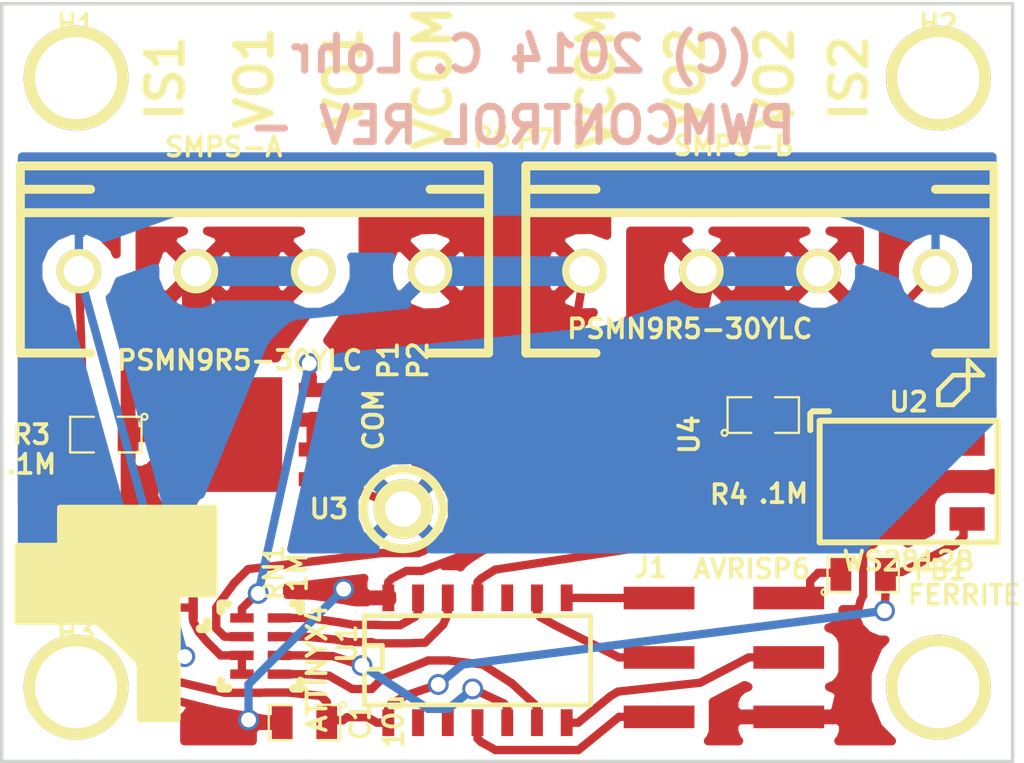
<source format=kicad_pcb>
(kicad_pcb (version 3) (host pcbnew "(2013-mar-13)-testing")

  (general
    (links 44)
    (no_connects 7)
    (area 117.399999 78.029999 160.730001 110.565001)
    (thickness 1.6)
    (drawings 23)
    (tracks 359)
    (zones 0)
    (modules 19)
    (nets 29)
  )

  (page A4)
  (layers
    (15 F.Cu signal)
    (0 B.Cu signal)
    (16 B.Adhes user)
    (17 F.Adhes user)
    (18 B.Paste user)
    (19 F.Paste user)
    (20 B.SilkS user)
    (21 F.SilkS user)
    (22 B.Mask user)
    (23 F.Mask user)
    (24 Dwgs.User user)
    (25 Cmts.User user)
    (26 Eco1.User user)
    (27 Eco2.User user)
    (28 Edge.Cuts user)
  )

  (setup
    (last_trace_width 0.3556)
    (trace_clearance 0.2794)
    (zone_clearance 0.6112)
    (zone_45_only no)
    (trace_min 0.254)
    (segment_width 0.2)
    (edge_width 0.15)
    (via_size 0.889)
    (via_drill 0.635)
    (via_min_size 0.889)
    (via_min_drill 0.508)
    (uvia_size 0.508)
    (uvia_drill 0.127)
    (uvias_allowed no)
    (uvia_min_size 0.508)
    (uvia_min_drill 0.127)
    (pcb_text_width 0.3)
    (pcb_text_size 1.5 1.5)
    (mod_edge_width 0.15)
    (mod_text_size 0.8128 0.8128)
    (mod_text_width 0.1651)
    (pad_size 1.524 1.524)
    (pad_drill 0.762)
    (pad_to_mask_clearance 0.2)
    (aux_axis_origin 0 0)
    (visible_elements FFFFFF7F)
    (pcbplotparams
      (layerselection 284196865)
      (usegerberextensions true)
      (excludeedgelayer true)
      (linewidth 0.100000)
      (plotframeref false)
      (viasonmask false)
      (mode 1)
      (useauxorigin false)
      (hpglpennumber 1)
      (hpglpenspeed 20)
      (hpglpendiameter 15)
      (hpglpenoverlay 2)
      (psnegative false)
      (psa4output false)
      (plotreference true)
      (plotvalue true)
      (plotothertext true)
      (plotinvisibletext false)
      (padsonsilk false)
      (subtractmaskfromsilk false)
      (outputformat 1)
      (mirror false)
      (drillshape 0)
      (scaleselection 1)
      (outputdirectory ""))
  )

  (net 0 "")
  (net 1 +5V)
  (net 2 /IS1)
  (net 3 GND)
  (net 4 ISet1)
  (net 5 ISet2)
  (net 6 N-000001)
  (net 7 N-0000011)
  (net 8 N-0000013)
  (net 9 N-0000014)
  (net 10 N-0000016)
  (net 11 N-0000017)
  (net 12 N-0000018)
  (net 13 N-0000019)
  (net 14 N-0000020)
  (net 15 N-0000021)
  (net 16 N-0000022)
  (net 17 N-0000023)
  (net 18 N-0000025)
  (net 19 N-0000026)
  (net 20 N-0000027)
  (net 21 N-000004)
  (net 22 OP_PWR)
  (net 23 PW1)
  (net 24 PW2)
  (net 25 VCC)
  (net 26 VCOM)
  (net 27 VOut1)
  (net 28 VOut2)

  (net_class Default "This is the default net class."
    (clearance 0.2794)
    (trace_width 0.3556)
    (via_dia 0.889)
    (via_drill 0.635)
    (uvia_dia 0.508)
    (uvia_drill 0.127)
    (add_net "")
    (add_net +5V)
    (add_net /IS1)
    (add_net GND)
    (add_net ISet1)
    (add_net ISet2)
    (add_net N-000001)
    (add_net N-0000011)
    (add_net N-0000013)
    (add_net N-0000014)
    (add_net N-0000016)
    (add_net N-0000017)
    (add_net N-0000018)
    (add_net N-0000019)
    (add_net N-0000020)
    (add_net N-0000021)
    (add_net N-0000022)
    (add_net N-0000023)
    (add_net N-0000025)
    (add_net N-0000026)
    (add_net N-0000027)
    (add_net N-000004)
    (add_net PW1)
    (add_net PW2)
    (add_net VCC)
  )

  (net_class Power ""
    (clearance 0.3048)
    (trace_width 1.27)
    (via_dia 0.889)
    (via_drill 0.635)
    (uvia_dia 0.508)
    (uvia_drill 0.127)
    (add_net OP_PWR)
    (add_net VCOM)
    (add_net VOut1)
    (add_net VOut2)
  )

  (module SM0805 (layer F.Cu) (tedit 53A3491E) (tstamp 53A3447F)
    (at 130.4047 108.8309 180)
    (path /53A1A5C2)
    (attr smd)
    (fp_text reference C1 (at -2.3876 0.0508 270) (layer F.SilkS)
      (effects (font (size 0.8128 0.8128) (thickness 0.1651)))
    )
    (fp_text value 10u (at -3.81 0.0508 270) (layer F.SilkS)
      (effects (font (size 0.8128 0.8128) (thickness 0.1651)))
    )
    (fp_circle (center -1.651 0.762) (end -1.651 0.635) (layer F.SilkS) (width 0.09906))
    (fp_line (start -0.508 0.762) (end -1.524 0.762) (layer F.SilkS) (width 0.09906))
    (fp_line (start -1.524 0.762) (end -1.524 -0.762) (layer F.SilkS) (width 0.09906))
    (fp_line (start -1.524 -0.762) (end -0.508 -0.762) (layer F.SilkS) (width 0.09906))
    (fp_line (start 0.508 -0.762) (end 1.524 -0.762) (layer F.SilkS) (width 0.09906))
    (fp_line (start 1.524 -0.762) (end 1.524 0.762) (layer F.SilkS) (width 0.09906))
    (fp_line (start 1.524 0.762) (end 0.508 0.762) (layer F.SilkS) (width 0.09906))
    (pad 1 smd rect (at -0.9525 0 180) (size 0.889 1.397)
      (layers F.Cu F.Paste F.Mask)
      (net 25 VCC)
    )
    (pad 2 smd rect (at 0.9525 0 180) (size 0.889 1.397)
      (layers F.Cu F.Paste F.Mask)
      (net 3 GND)
    )
    (model smd/chip_cms.wrl
      (at (xyz 0 0 0))
      (scale (xyz 0.1 0.1 0.1))
      (rotate (xyz 0 0 0))
    )
  )

  (module SM0805 (layer F.Cu) (tedit 53A348D8) (tstamp 53A344B3)
    (at 154.269 102.4947)
    (path /53A1A5CC)
    (attr smd)
    (fp_text reference FB1 (at 3.302 -0.1778) (layer F.SilkS)
      (effects (font (size 0.8128 0.8128) (thickness 0.1651)))
    )
    (fp_text value FERRITE (at 4.318 0.889) (layer F.SilkS)
      (effects (font (size 0.8128 0.8128) (thickness 0.1651)))
    )
    (fp_circle (center -1.651 0.762) (end -1.651 0.635) (layer F.SilkS) (width 0.09906))
    (fp_line (start -0.508 0.762) (end -1.524 0.762) (layer F.SilkS) (width 0.09906))
    (fp_line (start -1.524 0.762) (end -1.524 -0.762) (layer F.SilkS) (width 0.09906))
    (fp_line (start -1.524 -0.762) (end -0.508 -0.762) (layer F.SilkS) (width 0.09906))
    (fp_line (start 0.508 -0.762) (end 1.524 -0.762) (layer F.SilkS) (width 0.09906))
    (fp_line (start 1.524 -0.762) (end 1.524 0.762) (layer F.SilkS) (width 0.09906))
    (fp_line (start 1.524 0.762) (end 0.508 0.762) (layer F.SilkS) (width 0.09906))
    (pad 1 smd rect (at -0.9525 0) (size 0.889 1.397)
      (layers F.Cu F.Paste F.Mask)
      (net 1 +5V)
    )
    (pad 2 smd rect (at 0.9525 0) (size 0.889 1.397)
      (layers F.Cu F.Paste F.Mask)
      (net 25 VCC)
    )
    (model smd/chip_cms.wrl
      (at (xyz 0 0 0))
      (scale (xyz 0.1 0.1 0.1))
      (rotate (xyz 0 0 0))
    )
  )

  (module 632HOLE (layer F.Cu) (tedit 534E01ED) (tstamp 53A344B9)
    (at 120.65 81.28)
    (descr Hole)
    (tags "DEV 6-32 HOLE")
    (path /53A1A5D6)
    (fp_text reference H1 (at 0 -2.30124) (layer F.SilkS)
      (effects (font (size 0.8128 0.8128) (thickness 0.1651)))
    )
    (fp_text value CONN_1 (at 0 2.794) (layer F.SilkS) hide
      (effects (font (size 0.8128 0.8128) (thickness 0.1651)))
    )
    (fp_circle (center 0 0) (end 1.69926 -0.09906) (layer F.SilkS) (width 0.381))
    (pad 1 thru_hole circle (at 0 0) (size 4.4704 4.4704) (drill 3.5052)
      (layers *.Cu *.Mask F.SilkS)
      (net 9 N-0000014)
    )
  )

  (module 632HOLE (layer F.Cu) (tedit 534E01ED) (tstamp 53A344BF)
    (at 157.48 81.28)
    (descr Hole)
    (tags "DEV 6-32 HOLE")
    (path /53A1A5DE)
    (fp_text reference H2 (at 0 -2.30124) (layer F.SilkS)
      (effects (font (size 0.8128 0.8128) (thickness 0.1651)))
    )
    (fp_text value CONN_1 (at 0 2.794) (layer F.SilkS) hide
      (effects (font (size 0.8128 0.8128) (thickness 0.1651)))
    )
    (fp_circle (center 0 0) (end 1.69926 -0.09906) (layer F.SilkS) (width 0.381))
    (pad 1 thru_hole circle (at 0 0) (size 4.4704 4.4704) (drill 3.5052)
      (layers *.Cu *.Mask F.SilkS)
      (net 8 N-0000013)
    )
  )

  (module 632HOLE (layer F.Cu) (tedit 534E01ED) (tstamp 53A344C5)
    (at 120.65 107.315)
    (descr Hole)
    (tags "DEV 6-32 HOLE")
    (path /53A1A5DF)
    (fp_text reference H3 (at 0 -2.30124) (layer F.SilkS)
      (effects (font (size 0.8128 0.8128) (thickness 0.1651)))
    )
    (fp_text value CONN_1 (at 0 2.794) (layer F.SilkS) hide
      (effects (font (size 0.8128 0.8128) (thickness 0.1651)))
    )
    (fp_circle (center 0 0) (end 1.69926 -0.09906) (layer F.SilkS) (width 0.381))
    (pad 1 thru_hole circle (at 0 0) (size 4.4704 4.4704) (drill 3.5052)
      (layers *.Cu *.Mask F.SilkS)
      (net 10 N-0000016)
    )
  )

  (module 632HOLE (layer F.Cu) (tedit 53A3490E) (tstamp 53A344CB)
    (at 157.48 107.315)
    (descr Hole)
    (tags "DEV 6-32 HOLE")
    (path /53A1A5E0)
    (fp_text reference H4 (at -0.0508 -0.5334) (layer F.SilkS)
      (effects (font (size 0.8128 0.8128) (thickness 0.1651)))
    )
    (fp_text value CONN_1 (at 0 2.794) (layer F.SilkS) hide
      (effects (font (size 0.8128 0.8128) (thickness 0.1651)))
    )
    (fp_circle (center 0 0) (end 1.69926 -0.09906) (layer F.SilkS) (width 0.381))
    (pad 1 thru_hole circle (at 0 0) (size 4.4704 4.4704) (drill 3.5052)
      (layers *.Cu *.Mask F.SilkS)
      (net 12 N-0000018)
    )
  )

  (module RIBBON6SMT (layer F.Cu) (tedit 53A348B0) (tstamp 53A344D5)
    (at 151.0894 103.505 270)
    (path /53A1A59A)
    (fp_text reference J1 (at -1.2954 5.8928 360) (layer F.SilkS)
      (effects (font (size 0.8128 0.8128) (thickness 0.1651)))
    )
    (fp_text value AVRISP6 (at -1.2446 1.5748 360) (layer F.SilkS)
      (effects (font (size 0.8128 0.8128) (thickness 0.1651)))
    )
    (pad 2 smd rect (at 0 0 270) (size 0.9652 3.0226)
      (layers F.Cu F.Paste F.Mask)
      (net 1 +5V)
    )
    (pad 4 smd rect (at 2.54 0 270) (size 0.9652 3.0226)
      (layers F.Cu F.Paste F.Mask)
      (net 15 N-0000021)
    )
    (pad 6 smd rect (at 5.08 0 270) (size 0.9652 3.0226)
      (layers F.Cu F.Paste F.Mask)
      (net 3 GND)
    )
    (pad 1 smd rect (at 0 5.5372 270) (size 0.9652 3.0226)
      (layers F.Cu F.Paste F.Mask)
      (net 14 N-0000020)
    )
    (pad 3 smd rect (at 2.54 5.5372 270) (size 0.9652 3.0226)
      (layers F.Cu F.Paste F.Mask)
      (net 18 N-0000025)
    )
    (pad 5 smd rect (at 5.08 5.5372 270) (size 0.9652 3.0226)
      (layers F.Cu F.Paste F.Mask)
      (net 13 N-0000019)
    )
  )

  (module 60MILHOLE (layer F.Cu) (tedit 53A3483B) (tstamp 53A344DB)
    (at 134.62 99.695)
    (descr Hole)
    (tags "DEV 60MIL HOLE")
    (path /53A1A5DB)
    (fp_text reference P1 (at -0.635 -6.35 90) (layer F.SilkS)
      (effects (font (size 0.8128 0.8128) (thickness 0.1651)))
    )
    (fp_text value COM (at 0 2.794) (layer F.SilkS) hide
      (effects (font (size 0.8128 0.8128) (thickness 0.1651)))
    )
    (fp_circle (center 0 0) (end 1.69926 -0.09906) (layer F.SilkS) (width 0.381))
    (pad 1 thru_hole circle (at 0 0) (size 2.54 2.54) (drill 1.524)
      (layers *.Cu *.Mask F.SilkS)
      (net 26 VCOM)
    )
  )

  (module .2SMTPIN (layer F.Cu) (tedit 53A34806) (tstamp 53A344E0)
    (at 137.16 96.52)
    (path /53A1A5DA)
    (fp_text reference P2 (at -1.905 -3.175 90) (layer F.SilkS)
      (effects (font (size 0.8128 0.8128) (thickness 0.1651)))
    )
    (fp_text value COM (at -3.81 -0.635 90) (layer F.SilkS)
      (effects (font (size 0.8128 0.8128) (thickness 0.1651)))
    )
    (pad 1 smd circle (at 0 0) (size 5.08 5.08)
      (layers F.Cu F.Paste F.Mask)
      (net 26 VCOM)
    )
  )

  (module PHOENIX1935187 (layer F.Cu) (tedit 53A348FE) (tstamp 53A3450A)
    (at 128.27 89.535 180)
    (path /53A1B66F)
    (fp_text reference P6 (at -10.16 5.715 180) (layer F.SilkS)
      (effects (font (size 0.8128 0.8128) (thickness 0.1651)))
    )
    (fp_text value SMPS-A (at 1.3208 5.3086 360) (layer F.SilkS)
      (effects (font (size 0.8128 0.8128) (thickness 0.1651)))
    )
    (fp_line (start -10 -3.5) (end -10 4.5) (layer F.SilkS) (width 0.381))
    (fp_line (start 10 -3.5) (end 10 4.5) (layer F.SilkS) (width 0.381))
    (fp_line (start 10 4.5) (end -10 4.5) (layer F.SilkS) (width 0.381))
    (fp_line (start -10 2.5) (end 10 2.5) (layer F.SilkS) (width 0.381))
    (fp_line (start 7 -3.5) (end 10 -3.5) (layer F.SilkS) (width 0.381))
    (fp_line (start 10 3.5) (end 7 3.5) (layer F.SilkS) (width 0.381))
    (fp_line (start -7.5 -3.5) (end -10 -3.5) (layer F.SilkS) (width 0.381))
    (fp_line (start -10 3.5) (end -7.5 3.5) (layer F.SilkS) (width 0.381))
    (pad 1 thru_hole circle (at -7.5 0 180) (size 1.9 1.9) (drill 1.3)
      (layers *.Cu *.Mask F.SilkS)
      (net 26 VCOM)
    )
    (pad 2 thru_hole circle (at -2.5 0 180) (size 1.9 1.9) (drill 1.3)
      (layers *.Cu *.Mask F.SilkS)
      (net 27 VOut1)
    )
    (pad 3 thru_hole circle (at 2.5 0 180) (size 1.9 1.9) (drill 1.3)
      (layers *.Cu *.Mask F.SilkS)
      (net 27 VOut1)
    )
    (pad 4 thru_hole circle (at 7.5 0 180) (size 1.9 1.9) (drill 1.3)
      (layers *.Cu *.Mask F.SilkS)
      (net 2 /IS1)
    )
  )

  (module PHOENIX1935187 (layer F.Cu) (tedit 53A348FA) (tstamp 53A3451A)
    (at 149.86 89.535 180)
    (path /53A1B681)
    (fp_text reference P7 (at 9.6012 5.6134 180) (layer F.SilkS)
      (effects (font (size 0.8128 0.8128) (thickness 0.1651)))
    )
    (fp_text value SMPS-B (at 1.1176 5.3594 180) (layer F.SilkS)
      (effects (font (size 0.8128 0.8128) (thickness 0.1651)))
    )
    (fp_line (start -10 -3.5) (end -10 4.5) (layer F.SilkS) (width 0.381))
    (fp_line (start 10 -3.5) (end 10 4.5) (layer F.SilkS) (width 0.381))
    (fp_line (start 10 4.5) (end -10 4.5) (layer F.SilkS) (width 0.381))
    (fp_line (start -10 2.5) (end 10 2.5) (layer F.SilkS) (width 0.381))
    (fp_line (start 7 -3.5) (end 10 -3.5) (layer F.SilkS) (width 0.381))
    (fp_line (start 10 3.5) (end 7 3.5) (layer F.SilkS) (width 0.381))
    (fp_line (start -7.5 -3.5) (end -10 -3.5) (layer F.SilkS) (width 0.381))
    (fp_line (start -10 3.5) (end -7.5 3.5) (layer F.SilkS) (width 0.381))
    (pad 1 thru_hole circle (at -7.5 0 180) (size 1.9 1.9) (drill 1.3)
      (layers *.Cu *.Mask F.SilkS)
      (net 2 /IS1)
    )
    (pad 2 thru_hole circle (at -2.5 0 180) (size 1.9 1.9) (drill 1.3)
      (layers *.Cu *.Mask F.SilkS)
      (net 28 VOut2)
    )
    (pad 3 thru_hole circle (at 2.5 0 180) (size 1.9 1.9) (drill 1.3)
      (layers *.Cu *.Mask F.SilkS)
      (net 28 VOut2)
    )
    (pad 4 thru_hole circle (at 7.5 0 180) (size 1.9 1.9) (drill 1.3)
      (layers *.Cu *.Mask F.SilkS)
      (net 26 VCOM)
    )
  )

  (module SM0805 (layer F.Cu) (tedit 53A34858) (tstamp 53A34557)
    (at 121.92 96.52 180)
    (path /53A1C9E4)
    (attr smd)
    (fp_text reference R3 (at 3.175 0 180) (layer F.SilkS)
      (effects (font (size 0.8128 0.8128) (thickness 0.1651)))
    )
    (fp_text value .1M (at 3.175 -1.27 180) (layer F.SilkS)
      (effects (font (size 0.8128 0.8128) (thickness 0.1651)))
    )
    (fp_circle (center -1.651 0.762) (end -1.651 0.635) (layer F.SilkS) (width 0.09906))
    (fp_line (start -0.508 0.762) (end -1.524 0.762) (layer F.SilkS) (width 0.09906))
    (fp_line (start -1.524 0.762) (end -1.524 -0.762) (layer F.SilkS) (width 0.09906))
    (fp_line (start -1.524 -0.762) (end -0.508 -0.762) (layer F.SilkS) (width 0.09906))
    (fp_line (start 0.508 -0.762) (end 1.524 -0.762) (layer F.SilkS) (width 0.09906))
    (fp_line (start 1.524 -0.762) (end 1.524 0.762) (layer F.SilkS) (width 0.09906))
    (fp_line (start 1.524 0.762) (end 0.508 0.762) (layer F.SilkS) (width 0.09906))
    (pad 1 smd rect (at -0.9525 0 180) (size 0.889 1.397)
      (layers F.Cu F.Paste F.Mask)
      (net 27 VOut1)
    )
    (pad 2 smd rect (at 0.9525 0 180) (size 0.889 1.397)
      (layers F.Cu F.Paste F.Mask)
      (net 2 /IS1)
    )
    (model smd/chip_cms.wrl
      (at (xyz 0 0 0))
      (scale (xyz 0.1 0.1 0.1))
      (rotate (xyz 0 0 0))
    )
  )

  (module SM0805 (layer F.Cu) (tedit 53A348C5) (tstamp 53A34564)
    (at 150.0009 95.6843)
    (path /53A1CE65)
    (attr smd)
    (fp_text reference R4 (at -1.4732 3.4036) (layer F.SilkS)
      (effects (font (size 0.8128 0.8128) (thickness 0.1651)))
    )
    (fp_text value .1M (at 0.8636 3.3528) (layer F.SilkS)
      (effects (font (size 0.8128 0.8128) (thickness 0.1651)))
    )
    (fp_circle (center -1.651 0.762) (end -1.651 0.635) (layer F.SilkS) (width 0.09906))
    (fp_line (start -0.508 0.762) (end -1.524 0.762) (layer F.SilkS) (width 0.09906))
    (fp_line (start -1.524 0.762) (end -1.524 -0.762) (layer F.SilkS) (width 0.09906))
    (fp_line (start -1.524 -0.762) (end -0.508 -0.762) (layer F.SilkS) (width 0.09906))
    (fp_line (start 0.508 -0.762) (end 1.524 -0.762) (layer F.SilkS) (width 0.09906))
    (fp_line (start 1.524 -0.762) (end 1.524 0.762) (layer F.SilkS) (width 0.09906))
    (fp_line (start 1.524 0.762) (end 0.508 0.762) (layer F.SilkS) (width 0.09906))
    (pad 1 smd rect (at -0.9525 0) (size 0.889 1.397)
      (layers F.Cu F.Paste F.Mask)
      (net 28 VOut2)
    )
    (pad 2 smd rect (at 0.9525 0) (size 0.889 1.397)
      (layers F.Cu F.Paste F.Mask)
      (net 2 /IS1)
    )
    (model smd/chip_cms.wrl
      (at (xyz 0 0 0))
      (scale (xyz 0.1 0.1 0.1))
      (rotate (xyz 0 0 0))
    )
  )

  (module WS2812B (layer F.Cu) (tedit 52B884F6) (tstamp 53A345A1)
    (at 156.21 98.425 180)
    (path /53A1A5C7)
    (fp_text reference U2 (at 0 3.29946 180) (layer F.SilkS)
      (effects (font (size 0.8128 0.8128) (thickness 0.1651)))
    )
    (fp_text value WS2812B (at 0 -3.50012 180) (layer F.SilkS)
      (effects (font (size 0.8128 0.8128) (thickness 0.1651)))
    )
    (fp_line (start 4.09956 2.90068) (end 4.20116 2.79908) (layer F.SilkS) (width 0.254))
    (fp_line (start 4.20116 2.79908) (end 4.20116 2.10058) (layer F.SilkS) (width 0.254))
    (fp_line (start 3.40106 2.90068) (end 4.09956 2.90068) (layer F.SilkS) (width 0.254))
    (fp_line (start 3.79984 -2.70002) (end 3.79984 2.49936) (layer F.SilkS) (width 0.254))
    (fp_line (start 3.79984 2.49936) (end -3.79984 2.49936) (layer F.SilkS) (width 0.254))
    (fp_line (start -3.79984 2.49936) (end -3.79984 -2.70002) (layer F.SilkS) (width 0.254))
    (fp_line (start -3.79984 -2.70002) (end 3.79984 -2.70002) (layer F.SilkS) (width 0.254))
    (pad 1 smd rect (at -2.49936 -1.69926 180) (size 1.50114 1.00076)
      (layers F.Cu F.Paste F.Mask)
      (net 25 VCC)
    )
    (pad 2 smd rect (at -2.49936 1.50114 180) (size 1.50114 1.00076)
      (layers F.Cu F.Paste F.Mask)
      (net 11 N-0000017)
    )
    (pad 3 smd rect (at 2.49936 1.50114 180) (size 1.50114 1.00076)
      (layers F.Cu F.Paste F.Mask)
      (net 3 GND)
    )
    (pad 4 smd rect (at 2.49936 -1.69926 180) (size 1.50114 1.00076)
      (layers F.Cu F.Paste F.Mask)
      (net 21 N-000004)
    )
  )

  (module MOSFET-LFPAK56 (layer F.Cu) (tedit 53A34831) (tstamp 53A345AA)
    (at 128.27 96.52 90)
    (path /53A1A5AF)
    (fp_text reference U3 (at -3.175 3.175 180) (layer F.SilkS)
      (effects (font (size 0.8128 0.8128) (thickness 0.1651)))
    )
    (fp_text value PSMN9R5-30YLC (at 3.175 -0.635 180) (layer F.SilkS)
      (effects (font (size 0.8128 0.8128) (thickness 0.1651)))
    )
    (pad 1 smd rect (at -1.905 2.54 90) (size 0.6 1.3)
      (layers F.Cu F.Paste F.Mask)
      (net 26 VCOM)
    )
    (pad 2 smd rect (at -0.635 2.54 90) (size 0.6 1.3)
      (layers F.Cu F.Paste F.Mask)
      (net 26 VCOM)
    )
    (pad 3 smd rect (at 0.635 2.54 90) (size 0.6 1.3)
      (layers F.Cu F.Paste F.Mask)
      (net 26 VCOM)
    )
    (pad 4 smd rect (at 1.905 2.54 90) (size 0.6 1.3)
      (layers F.Cu F.Paste F.Mask)
      (net 6 N-000001)
    )
    (pad 5 smd rect (at 0 -1.143 90) (size 4.9 4.65)
      (layers F.Cu F.Paste F.Mask)
      (net 27 VOut1)
    )
  )

  (module MOSFET-LFPAK56 (layer F.Cu) (tedit 53A348B4) (tstamp 53A345B3)
    (at 144.145 96.52 270)
    (path /53A1DAF9)
    (fp_text reference U4 (at 0 -2.7 270) (layer F.SilkS)
      (effects (font (size 0.8128 0.8128) (thickness 0.1651)))
    )
    (fp_text value PSMN9R5-30YLC (at -4.5212 -2.7178 360) (layer F.SilkS)
      (effects (font (size 0.8128 0.8128) (thickness 0.1651)))
    )
    (pad 1 smd rect (at -1.905 2.54 270) (size 0.6 1.3)
      (layers F.Cu F.Paste F.Mask)
      (net 26 VCOM)
    )
    (pad 2 smd rect (at -0.635 2.54 270) (size 0.6 1.3)
      (layers F.Cu F.Paste F.Mask)
      (net 26 VCOM)
    )
    (pad 3 smd rect (at 0.635 2.54 270) (size 0.6 1.3)
      (layers F.Cu F.Paste F.Mask)
      (net 26 VCOM)
    )
    (pad 4 smd rect (at 1.905 2.54 270) (size 0.6 1.3)
      (layers F.Cu F.Paste F.Mask)
      (net 7 N-0000011)
    )
    (pad 5 smd rect (at 0 -1.143 270) (size 4.9 4.65)
      (layers F.Cu F.Paste F.Mask)
      (net 28 VOut2)
    )
  )

  (module SO14E (layer F.Cu) (tedit 53A34909) (tstamp 53A34753)
    (at 137.7959 106.0379)
    (descr "module CMS SOJ 14 pins etroit")
    (tags "CMS SOJ")
    (path /53A1A599)
    (attr smd)
    (fp_text reference U1 (at -5.588 -0.5842 90) (layer F.SilkS)
      (effects (font (size 0.8128 0.8128) (thickness 0.1651)))
    )
    (fp_text value ATTINYX4 (at -6.858 0.4826 90) (layer F.SilkS)
      (effects (font (size 0.8128 0.8128) (thickness 0.1651)))
    )
    (fp_line (start -4.826 -1.778) (end 4.826 -1.778) (layer F.SilkS) (width 0.2032))
    (fp_line (start 4.826 -1.778) (end 4.826 2.032) (layer F.SilkS) (width 0.2032))
    (fp_line (start 4.826 2.032) (end -4.826 2.032) (layer F.SilkS) (width 0.2032))
    (fp_line (start -4.826 2.032) (end -4.826 -1.778) (layer F.SilkS) (width 0.2032))
    (fp_line (start -4.826 -0.508) (end -4.064 -0.508) (layer F.SilkS) (width 0.2032))
    (fp_line (start -4.064 -0.508) (end -4.064 0.508) (layer F.SilkS) (width 0.2032))
    (fp_line (start -4.064 0.508) (end -4.826 0.508) (layer F.SilkS) (width 0.2032))
    (pad 1 smd rect (at -3.81 2.794) (size 0.508 1.143)
      (layers F.Cu F.Paste F.Mask)
      (net 25 VCC)
    )
    (pad 2 smd rect (at -2.54 2.794) (size 0.508 1.143)
      (layers F.Cu F.Paste F.Mask)
      (net 17 N-0000023)
    )
    (pad 3 smd rect (at -1.27 2.794) (size 0.508 1.143)
      (layers F.Cu F.Paste F.Mask)
      (net 16 N-0000022)
    )
    (pad 4 smd rect (at 0 2.794) (size 0.508 1.143)
      (layers F.Cu F.Paste F.Mask)
      (net 13 N-0000019)
    )
    (pad 5 smd rect (at 1.27 2.794) (size 0.508 1.143)
      (layers F.Cu F.Paste F.Mask)
      (net 4 ISet1)
    )
    (pad 6 smd rect (at 2.54 2.794) (size 0.508 1.143)
      (layers F.Cu F.Paste F.Mask)
      (net 5 ISet2)
    )
    (pad 7 smd rect (at 3.81 2.794) (size 0.508 1.143)
      (layers F.Cu F.Paste F.Mask)
      (net 15 N-0000021)
    )
    (pad 8 smd rect (at 3.81 -2.54) (size 0.508 1.143)
      (layers F.Cu F.Paste F.Mask)
      (net 14 N-0000020)
    )
    (pad 9 smd rect (at 2.54 -2.54) (size 0.508 1.143)
      (layers F.Cu F.Paste F.Mask)
      (net 18 N-0000025)
    )
    (pad 10 smd rect (at 1.27 -2.54) (size 0.508 1.143)
      (layers F.Cu F.Paste F.Mask)
      (net 22 OP_PWR)
    )
    (pad 11 smd rect (at 0 -2.54) (size 0.508 1.143)
      (layers F.Cu F.Paste F.Mask)
      (net 21 N-000004)
    )
    (pad 12 smd rect (at -1.27 -2.54) (size 0.508 1.143)
      (layers F.Cu F.Paste F.Mask)
      (net 24 PW2)
    )
    (pad 13 smd rect (at -2.54 -2.54) (size 0.508 1.143)
      (layers F.Cu F.Paste F.Mask)
      (net 23 PW1)
    )
    (pad 14 smd rect (at -3.81 -2.54) (size 0.508 1.143)
      (layers F.Cu F.Paste F.Mask)
      (net 3 GND)
    )
    (model smd/cms_so14.wrl
      (at (xyz 0 0 0))
      (scale (xyz 0.5 0.3 0.5))
      (rotate (xyz 0 0 0))
    )
  )

  (module 1206NETWORK (layer F.Cu) (tedit 5393F879) (tstamp 53BC6E8A)
    (at 124.4514 103.1138)
    (tags 1206NETWORK)
    (path /53BC7134)
    (fp_text reference C2 (at -3.1399 -0.5555) (layer F.SilkS)
      (effects (font (size 0.8128 0.7874) (thickness 0.1524)))
    )
    (fp_text value .1u (at -3.1399 -1.5715) (layer F.SilkS)
      (effects (font (size 0.8128 0.7874) (thickness 0.1524)))
    )
    (fp_line (start 1.8 1.4) (end 1.8 1.7) (layer F.SilkS) (width 0.381))
    (fp_line (start 1.8 1.7) (end 1.5 1.7) (layer F.SilkS) (width 0.381))
    (fp_line (start -1.8 -1.4) (end -1.8 -1.7) (layer F.SilkS) (width 0.381))
    (fp_line (start -1.8 -1.7) (end -1.5 -1.7) (layer F.SilkS) (width 0.381))
    (fp_line (start 1.5 -1.7) (end 1.8 -1.7) (layer F.SilkS) (width 0.381))
    (fp_line (start 1.8 -1.7) (end 1.8 -1.4) (layer F.SilkS) (width 0.381))
    (fp_line (start -1.8 1.4) (end -1.8 1.7) (layer F.SilkS) (width 0.381))
    (fp_line (start -1.8 1.7) (end -1.5 1.7) (layer F.SilkS) (width 0.381))
    (pad 1 smd rect (at -1.2 0.8) (size 0.4 1)
      (layers F.Cu F.Paste F.Mask)
      (net 3 GND)
    )
    (pad 2 smd rect (at -0.4 0.8) (size 0.4 1)
      (layers F.Cu F.Paste F.Mask)
      (net 20 N-0000027)
    )
    (pad 3 smd rect (at 0.4 0.8) (size 0.4 1)
      (layers F.Cu F.Paste F.Mask)
      (net 2 /IS1)
    )
    (pad 4 smd rect (at 1.2 0.8) (size 0.4 1)
      (layers F.Cu F.Paste F.Mask)
      (net 2 /IS1)
    )
    (pad 5 smd rect (at 1.2 -0.8) (size 0.4 1)
      (layers F.Cu F.Paste F.Mask)
      (net 28 VOut2)
    )
    (pad 6 smd rect (at 0.4 -0.8) (size 0.4 1)
      (layers F.Cu F.Paste F.Mask)
      (net 27 VOut1)
    )
    (pad 7 smd rect (at -0.4 -0.8) (size 0.4 1)
      (layers F.Cu F.Paste F.Mask)
      (net 19 N-0000026)
    )
    (pad 8 smd rect (at -1.2 -0.8) (size 0.4 1)
      (layers F.Cu F.Paste F.Mask)
      (net 25 VCC)
    )
  )

  (module 1206NETWORK (layer F.Cu) (tedit 5393F879) (tstamp 53BC6EB0)
    (at 128.5338 105.5575 270)
    (tags 1206NETWORK)
    (path /53BC6BE6)
    (fp_text reference RN1 (at -3.1399 -0.5555 270) (layer F.SilkS)
      (effects (font (size 0.8128 0.7874) (thickness 0.1524)))
    )
    (fp_text value 1M (at -3.1399 -1.5715 270) (layer F.SilkS)
      (effects (font (size 0.8128 0.7874) (thickness 0.1524)))
    )
    (fp_line (start 1.8 1.4) (end 1.8 1.7) (layer F.SilkS) (width 0.381))
    (fp_line (start 1.8 1.7) (end 1.5 1.7) (layer F.SilkS) (width 0.381))
    (fp_line (start -1.8 -1.4) (end -1.8 -1.7) (layer F.SilkS) (width 0.381))
    (fp_line (start -1.8 -1.7) (end -1.5 -1.7) (layer F.SilkS) (width 0.381))
    (fp_line (start 1.5 -1.7) (end 1.8 -1.7) (layer F.SilkS) (width 0.381))
    (fp_line (start 1.8 -1.7) (end 1.8 -1.4) (layer F.SilkS) (width 0.381))
    (fp_line (start -1.8 1.4) (end -1.8 1.7) (layer F.SilkS) (width 0.381))
    (fp_line (start -1.8 1.7) (end -1.5 1.7) (layer F.SilkS) (width 0.381))
    (pad 1 smd rect (at -1.2 0.8 270) (size 0.4 1)
      (layers F.Cu F.Paste F.Mask)
      (net 6 N-000001)
    )
    (pad 2 smd rect (at -0.4 0.8 270) (size 0.4 1)
      (layers F.Cu F.Paste F.Mask)
      (net 7 N-0000011)
    )
    (pad 3 smd rect (at 0.4 0.8 270) (size 0.4 1)
      (layers F.Cu F.Paste F.Mask)
      (net 2 /IS1)
    )
    (pad 4 smd rect (at 1.2 0.8 270) (size 0.4 1)
      (layers F.Cu F.Paste F.Mask)
      (net 2 /IS1)
    )
    (pad 5 smd rect (at 1.2 -0.8 270) (size 0.4 1)
      (layers F.Cu F.Paste F.Mask)
      (net 4 ISet1)
    )
    (pad 6 smd rect (at 0.4 -0.8 270) (size 0.4 1)
      (layers F.Cu F.Paste F.Mask)
      (net 5 ISet2)
    )
    (pad 7 smd rect (at -0.4 -0.8 270) (size 0.4 1)
      (layers F.Cu F.Paste F.Mask)
      (net 24 PW2)
    )
    (pad 8 smd rect (at -1.2 -0.8 270) (size 0.4 1)
      (layers F.Cu F.Paste F.Mask)
      (net 23 PW1)
    )
  )

  (gr_text "(C) 2014 C. Lohr" (at 139.7 80.264) (layer B.SilkS)
    (effects (font (size 1.5 1.5) (thickness 0.3)) (justify mirror))
  )
  (gr_text "PWMCONTROL REV -" (at 139.7 83.312) (layer B.SilkS)
    (effects (font (size 1.5 1.5) (thickness 0.3)) (justify mirror))
  )
  (gr_line (start 159.385 93.98) (end 158.75 93.98) (angle 90) (layer F.SilkS) (width 0.2))
  (gr_line (start 158.75 93.345) (end 159.385 93.98) (angle 90) (layer F.SilkS) (width 0.2))
  (gr_line (start 158.75 93.98) (end 158.75 93.345) (angle 90) (layer F.SilkS) (width 0.2))
  (gr_line (start 158.115 95.25) (end 157.48 95.25) (angle 90) (layer F.SilkS) (width 0.2))
  (gr_line (start 158.75 94.615) (end 158.115 95.25) (angle 90) (layer F.SilkS) (width 0.2))
  (gr_line (start 158.75 93.98) (end 158.75 94.615) (angle 90) (layer F.SilkS) (width 0.2))
  (gr_line (start 158.115 93.98) (end 158.75 93.98) (angle 90) (layer F.SilkS) (width 0.2))
  (gr_line (start 157.48 94.615) (end 158.115 93.98) (angle 90) (layer F.SilkS) (width 0.2))
  (gr_line (start 157.48 95.25) (end 157.48 94.615) (angle 90) (layer F.SilkS) (width 0.2))
  (gr_line (start 117.475 78.105) (end 160.655 78.105) (angle 90) (layer Edge.Cuts) (width 0.15))
  (gr_line (start 117.475 110.49) (end 117.475 78.105) (angle 90) (layer Edge.Cuts) (width 0.15))
  (gr_line (start 160.655 110.49) (end 117.475 110.49) (angle 90) (layer Edge.Cuts) (width 0.15))
  (gr_line (start 160.655 110.49) (end 160.655 78.105) (angle 90) (layer Edge.Cuts) (width 0.15))
  (gr_text IS1 (at 124.46 81.28 90) (layer F.SilkS)
    (effects (font (size 1.5 1.5) (thickness 0.3)))
  )
  (gr_text VO1 (at 128.27 81.28 90) (layer F.SilkS)
    (effects (font (size 1.5 1.5) (thickness 0.3)))
  )
  (gr_text VO1 (at 132.08 81.28 90) (layer F.SilkS)
    (effects (font (size 1.5 1.5) (thickness 0.3)))
  )
  (gr_text VCOM (at 135.89 81.28 90) (layer F.SilkS)
    (effects (font (size 1.5 1.5) (thickness 0.3)))
  )
  (gr_text VCOM (at 142.875 81.28 90) (layer F.SilkS)
    (effects (font (size 1.5 1.5) (thickness 0.3)))
  )
  (gr_text VO2 (at 150.495 81.28 90) (layer F.SilkS)
    (effects (font (size 1.5 1.5) (thickness 0.3)))
  )
  (gr_text VO2 (at 146.685 81.28 90) (layer F.SilkS)
    (effects (font (size 1.5 1.5) (thickness 0.3)))
  )
  (gr_text IS2 (at 153.67 81.28 90) (layer F.SilkS)
    (effects (font (size 1.5 1.5) (thickness 0.3)))
  )

  (segment (start 153.0498 102.4254) (end 153.3165 102.4947) (width 0.3556) (layer F.Cu) (net 1))
  (segment (start 152.872 102.4254) (end 153.0498 102.4254) (width 0.3556) (layer F.Cu) (net 1))
  (segment (start 152.3534 102.4254) (end 152.872 102.4254) (width 0.3556) (layer F.Cu) (net 1))
  (segment (start 152.0037 102.7751) (end 152.3534 102.4254) (width 0.3556) (layer F.Cu) (net 1))
  (segment (start 152.0037 103.0224) (end 152.0037 102.7751) (width 0.3556) (layer F.Cu) (net 1))
  (segment (start 152.0037 103.2002) (end 152.0037 103.0224) (width 0.3556) (layer F.Cu) (net 1))
  (segment (start 151.0894 103.505) (end 152.0037 103.2002) (width 0.3556) (layer F.Cu) (net 1))
  (segment (start 157.36 89.535) (end 157.36 87.764) (width 0.3556) (layer B.Cu) (net 2) (status 400000))
  (segment (start 120.77 88.018) (end 120.77 89.535) (width 0.3556) (layer B.Cu) (net 2) (tstamp 53BC6EC1) (status 800000))
  (segment (start 122.428 86.36) (end 120.77 88.018) (width 0.3556) (layer B.Cu) (net 2) (tstamp 53BC6EBF))
  (segment (start 155.956 86.36) (end 122.428 86.36) (width 0.3556) (layer B.Cu) (net 2) (tstamp 53BC6EBE))
  (segment (start 157.36 87.764) (end 155.956 86.36) (width 0.3556) (layer B.Cu) (net 2) (tstamp 53BC6EBC))
  (via (at 125.29 106.01) (size 0.889) (layers F.Cu B.Cu) (net 2))
  (segment (start 120.77 89.535) (end 125.29 106.01) (width 0.3556) (layer B.Cu) (net 2))
  (segment (start 124.8514 104.236) (end 124.8514 103.9138) (width 0.3556) (layer F.Cu) (net 2))
  (segment (start 124.8514 104.4138) (end 124.8514 104.236) (width 0.3556) (layer F.Cu) (net 2))
  (segment (start 124.8514 104.828) (end 124.8514 104.4138) (width 0.3556) (layer F.Cu) (net 2))
  (segment (start 125.29 106.01) (end 124.8514 104.828) (width 0.3556) (layer F.Cu) (net 2))
  (segment (start 120.9675 95.6374) (end 120.77 89.535) (width 0.3556) (layer F.Cu) (net 2))
  (segment (start 120.9675 95.8215) (end 120.9675 95.6374) (width 0.3556) (layer F.Cu) (net 2))
  (segment (start 120.9675 95.9993) (end 120.9675 95.8215) (width 0.3556) (layer F.Cu) (net 2))
  (segment (start 120.9675 96.52) (end 120.9675 95.9993) (width 0.3556) (layer F.Cu) (net 2))
  (segment (start 151.2201 95.5828) (end 150.9534 95.6843) (width 0.3556) (layer F.Cu) (net 2))
  (segment (start 157.36 89.535) (end 151.9949 95.2331) (width 0.3556) (layer F.Cu) (net 2))
  (segment (start 151.9949 95.2331) (end 151.6452 95.5828) (width 0.3556) (layer F.Cu) (net 2))
  (segment (start 151.6452 95.5828) (end 151.3979 95.5828) (width 0.3556) (layer F.Cu) (net 2))
  (segment (start 151.3979 95.5828) (end 151.2201 95.5828) (width 0.3556) (layer F.Cu) (net 2))
  (segment (start 127.4116 105.9575) (end 127.7338 105.9575) (width 0.3556) (layer F.Cu) (net 2))
  (segment (start 127.2338 105.9575) (end 127.4116 105.9575) (width 0.3556) (layer F.Cu) (net 2))
  (segment (start 127.151 105.9575) (end 127.2338 105.9575) (width 0.3556) (layer F.Cu) (net 2))
  (segment (start 126.8208 105.9545) (end 127.151 105.9575) (width 0.3556) (layer F.Cu) (net 2))
  (segment (start 126.2368 105.3705) (end 126.8208 105.9545) (width 0.3556) (layer F.Cu) (net 2))
  (segment (start 125.879 104.9427) (end 126.2368 105.3705) (width 0.3556) (layer F.Cu) (net 2))
  (segment (start 125.6514 104.4966) (end 125.879 104.9427) (width 0.3556) (layer F.Cu) (net 2))
  (segment (start 125.6514 104.4138) (end 125.6514 104.4966) (width 0.3556) (layer F.Cu) (net 2))
  (segment (start 125.6514 104.236) (end 125.6514 104.4138) (width 0.3556) (layer F.Cu) (net 2))
  (segment (start 125.6514 103.9138) (end 125.6514 104.236) (width 0.3556) (layer F.Cu) (net 2))
  (segment (start 124.8736 103.9138) (end 124.8514 103.9138) (width 0.3556) (layer F.Cu) (net 2))
  (segment (start 125.0514 103.9138) (end 124.8736 103.9138) (width 0.3556) (layer F.Cu) (net 2))
  (segment (start 125.4514 103.9138) (end 125.0514 103.9138) (width 0.3556) (layer F.Cu) (net 2))
  (segment (start 125.6292 103.9138) (end 125.4514 103.9138) (width 0.3556) (layer F.Cu) (net 2))
  (segment (start 125.6514 103.9138) (end 125.6292 103.9138) (width 0.3556) (layer F.Cu) (net 2))
  (segment (start 127.7338 106.7353) (end 127.7338 106.7575) (width 0.3556) (layer F.Cu) (net 2))
  (segment (start 127.7338 106.5575) (end 127.7338 106.7353) (width 0.3556) (layer F.Cu) (net 2))
  (segment (start 127.7338 106.1575) (end 127.7338 106.5575) (width 0.3556) (layer F.Cu) (net 2))
  (segment (start 127.7338 105.9797) (end 127.7338 106.1575) (width 0.3556) (layer F.Cu) (net 2))
  (segment (start 127.7338 105.9575) (end 127.7338 105.9797) (width 0.3556) (layer F.Cu) (net 2))
  (segment (start 133.9859 103.4979) (end 132.4539 103.4979) (width 0.3556) (layer F.Cu) (net 3) (status 400000))
  (segment (start 128.1349 108.8309) (end 129.4522 108.8309) (width 0.3556) (layer F.Cu) (net 3) (tstamp 53BC6ED3) (status 800000))
  (segment (start 128.016 108.712) (end 128.1349 108.8309) (width 0.3556) (layer F.Cu) (net 3) (tstamp 53BC6ED2))
  (via (at 128.016 108.712) (size 0.889) (layers F.Cu B.Cu) (net 3))
  (segment (start 128.016 107.188) (end 128.016 108.712) (width 0.3556) (layer B.Cu) (net 3) (tstamp 53BC6ECF))
  (segment (start 132.08 103.124) (end 128.016 107.188) (width 0.3556) (layer B.Cu) (net 3) (tstamp 53BC6ECE))
  (via (at 132.08 103.124) (size 0.889) (layers F.Cu B.Cu) (net 3))
  (segment (start 132.4539 103.4979) (end 132.08 103.124) (width 0.3556) (layer F.Cu) (net 3) (tstamp 53BC6ECC))
  (segment (start 129.0077 108.7294) (end 126.6897 108.3293) (width 0.3556) (layer F.Cu) (net 3))
  (segment (start 124.4562 107.7368) (end 123.5632 106.8438) (width 0.3556) (layer F.Cu) (net 25))
  (segment (start 123.5632 106.8438) (end 123.4794 106.6414) (width 0.3556) (layer F.Cu) (net 25))
  (segment (start 123.4794 106.6414) (end 123.4774 106.4813) (width 0.3556) (layer F.Cu) (net 25))
  (segment (start 123.4774 106.4813) (end 123.2388 105.9052) (width 0.3556) (layer F.Cu) (net 25))
  (segment (start 123.2388 105.9052) (end 122.4966 104.999) (width 0.3556) (layer F.Cu) (net 25))
  (segment (start 122.4966 104.999) (end 122.4796 104.9579) (width 0.3556) (layer F.Cu) (net 25))
  (segment (start 122.4796 104.9579) (end 122.4544 104.8268) (width 0.3556) (layer F.Cu) (net 25))
  (segment (start 122.4544 104.8268) (end 122.4544 104.6611) (width 0.3556) (layer F.Cu) (net 25))
  (segment (start 122.4544 104.6611) (end 122.4544 104.1665) (width 0.3556) (layer F.Cu) (net 25))
  (segment (start 122.4544 104.1665) (end 122.4544 103.1665) (width 0.3556) (layer F.Cu) (net 25))
  (segment (start 122.4544 103.1665) (end 122.5514 102.6067) (width 0.3556) (layer F.Cu) (net 25))
  (segment (start 122.5514 102.6067) (end 122.8443 102.3138) (width 0.3556) (layer F.Cu) (net 25))
  (segment (start 122.8443 102.3138) (end 123.0514 102.3138) (width 0.3556) (layer F.Cu) (net 25))
  (segment (start 123.0514 102.3138) (end 123.2292 102.3138) (width 0.3556) (layer F.Cu) (net 25))
  (segment (start 123.2292 102.3138) (end 123.2514 102.3138) (width 0.3556) (layer F.Cu) (net 25))
  (segment (start 124.6586 107.8206) (end 124.4562 107.7368) (width 0.3556) (layer F.Cu) (net 3))
  (segment (start 126.6897 108.3293) (end 124.6586 107.8206) (width 0.3556) (layer F.Cu) (net 3))
  (segment (start 129.4522 108.8309) (end 129.1855 108.7294) (width 0.3556) (layer F.Cu) (net 3))
  (segment (start 129.1855 108.7294) (end 129.0077 108.7294) (width 0.3556) (layer F.Cu) (net 3))
  (segment (start 153.8642 97.2465) (end 153.7106 96.9239) (width 0.3556) (layer F.Cu) (net 3))
  (segment (start 153.8642 97.4243) (end 153.8642 97.2465) (width 0.3556) (layer F.Cu) (net 3))
  (segment (start 153.8642 97.6716) (end 153.8642 97.4243) (width 0.3556) (layer F.Cu) (net 3))
  (segment (start 155.0582 99.3766) (end 153.8642 97.6716) (width 0.3556) (layer F.Cu) (net 3))
  (segment (start 155.0582 99.877) (end 155.0582 99.3766) (width 0.3556) (layer F.Cu) (net 3))
  (segment (start 155.0582 100.3716) (end 155.0582 99.877) (width 0.3556) (layer F.Cu) (net 3))
  (segment (start 155.047 100.8673) (end 155.0582 100.3716) (width 0.3556) (layer F.Cu) (net 3))
  (segment (start 154.7038 101.2105) (end 155.047 100.8673) (width 0.3556) (layer F.Cu) (net 3))
  (segment (start 154.5666 101.2882) (end 154.7038 101.2105) (width 0.3556) (layer F.Cu) (net 3))
  (segment (start 154.269 101.5858) (end 154.5666 101.2882) (width 0.3556) (layer F.Cu) (net 3))
  (segment (start 154.269 103.4036) (end 154.269 101.5858) (width 0.3556) (layer F.Cu) (net 3))
  (segment (start 154.1531 103.6246) (end 154.269 103.4036) (width 0.3556) (layer F.Cu) (net 3))
  (segment (start 153.0833 108.3023) (end 154.1531 103.6246) (width 0.3556) (layer F.Cu) (net 3))
  (segment (start 152.8006 108.585) (end 153.0833 108.3023) (width 0.3556) (layer F.Cu) (net 3))
  (segment (start 152.6007 108.585) (end 152.8006 108.585) (width 0.3556) (layer F.Cu) (net 3))
  (segment (start 152.4229 108.585) (end 152.6007 108.585) (width 0.3556) (layer F.Cu) (net 3))
  (segment (start 151.0894 108.585) (end 152.4229 108.585) (width 0.3556) (layer F.Cu) (net 3))
  (segment (start 153.1378 96.9239) (end 153.7106 96.9239) (width 0.3556) (layer F.Cu) (net 3))
  (segment (start 152.96 96.9239) (end 153.1378 96.9239) (width 0.3556) (layer F.Cu) (net 3))
  (segment (start 152.7527 96.9239) (end 152.96 96.9239) (width 0.3556) (layer F.Cu) (net 3))
  (segment (start 147.8761 99.6051) (end 152.7527 96.9239) (width 0.3556) (layer F.Cu) (net 3))
  (segment (start 137.5058 101.5546) (end 147.8761 99.6051) (width 0.3556) (layer F.Cu) (net 3))
  (segment (start 135.4182 102.3441) (end 137.5058 101.5546) (width 0.3556) (layer F.Cu) (net 3))
  (segment (start 134.7607 102.3441) (end 135.4182 102.3441) (width 0.3556) (layer F.Cu) (net 3))
  (segment (start 134.1347 102.6724) (end 134.7607 102.3441) (width 0.3556) (layer F.Cu) (net 3))
  (segment (start 133.9859 102.8212) (end 134.1347 102.6724) (width 0.3556) (layer F.Cu) (net 3))
  (segment (start 133.9859 102.9264) (end 133.9859 102.8212) (width 0.3556) (layer F.Cu) (net 3))
  (segment (start 133.9859 103.1042) (end 133.9859 102.9264) (width 0.3556) (layer F.Cu) (net 3))
  (segment (start 133.9859 103.4979) (end 133.9859 103.1042) (width 0.3556) (layer F.Cu) (net 3))
  (segment (start 123.2514 104.4138) (end 123.2514 104.4966) (width 0.3556) (layer F.Cu) (net 3))
  (segment (start 123.2514 104.236) (end 123.2514 104.4138) (width 0.3556) (layer F.Cu) (net 3))
  (segment (start 123.2514 103.9138) (end 123.2514 104.236) (width 0.3556) (layer F.Cu) (net 3))
  (segment (start 123.2544 104.6611) (end 123.8521 105.4297) (width 0.3556) (layer F.Cu) (net 3))
  (segment (start 123.2514 104.4966) (end 123.2544 104.6611) (width 0.3556) (layer F.Cu) (net 3))
  (segment (start 123.8915 105.4691) (end 124.2473 106.3282) (width 0.3556) (layer F.Cu) (net 3))
  (segment (start 123.8521 105.4297) (end 123.8915 105.4691) (width 0.3556) (layer F.Cu) (net 3))
  (via (at 137.59 107.39) (size 0.889) (layers F.Cu B.Cu) (net 4))
  (segment (start 136.5514 108.2415) (end 137.59 107.39) (width 0.3556) (layer B.Cu) (net 4))
  (segment (start 135.6886 108.2415) (end 136.5514 108.2415) (width 0.3556) (layer B.Cu) (net 4))
  (segment (start 139.0659 108.4382) (end 139.0659 108.8319) (width 0.3556) (layer F.Cu) (net 4))
  (segment (start 139.0659 108.2604) (end 139.0659 108.4382) (width 0.3556) (layer F.Cu) (net 4))
  (segment (start 139.0659 108.1552) (end 139.0659 108.2604) (width 0.3556) (layer F.Cu) (net 4))
  (segment (start 138.9171 108.0064) (end 139.0659 108.1552) (width 0.3556) (layer F.Cu) (net 4))
  (segment (start 137.59 107.39) (end 138.9171 108.0064) (width 0.3556) (layer F.Cu) (net 4))
  (segment (start 129.8338 106.7575) (end 129.9166 106.7575) (width 0.3556) (layer F.Cu) (net 4))
  (segment (start 129.656 106.7575) (end 129.8338 106.7575) (width 0.3556) (layer F.Cu) (net 4))
  (segment (start 129.3338 106.7575) (end 129.656 106.7575) (width 0.3556) (layer F.Cu) (net 4))
  (segment (start 132.86 106.39) (end 135.6886 108.2415) (width 0.3556) (layer B.Cu) (net 4))
  (segment (start 129.9166 106.7575) (end 130.4408 106.7606) (width 0.3556) (layer F.Cu) (net 4))
  (via (at 132.86 106.39) (size 0.889) (layers F.Cu B.Cu) (net 4))
  (segment (start 130.4408 106.7606) (end 131.4446 106.8221) (width 0.3556) (layer F.Cu) (net 4))
  (segment (start 131.611 105.9858) (end 132.86 106.39) (width 0.3556) (layer F.Cu) (net 5))
  (segment (start 130.248 105.9575) (end 131.611 105.9858) (width 0.3556) (layer F.Cu) (net 5))
  (segment (start 129.8338 105.9575) (end 130.248 105.9575) (width 0.3556) (layer F.Cu) (net 5))
  (segment (start 129.656 105.9575) (end 129.8338 105.9575) (width 0.3556) (layer F.Cu) (net 5))
  (segment (start 129.3338 105.9575) (end 129.656 105.9575) (width 0.3556) (layer F.Cu) (net 5))
  (segment (start 140.3359 108.4382) (end 140.3359 108.8319) (width 0.3556) (layer F.Cu) (net 5))
  (segment (start 140.3359 108.2604) (end 140.3359 108.4382) (width 0.3556) (layer F.Cu) (net 5))
  (segment (start 140.3359 108.1552) (end 140.3359 108.2604) (width 0.3556) (layer F.Cu) (net 5))
  (segment (start 140.1871 108.0064) (end 140.3359 108.1552) (width 0.3556) (layer F.Cu) (net 5))
  (segment (start 139.2696 107.1554) (end 140.1871 108.0064) (width 0.3556) (layer F.Cu) (net 5))
  (segment (start 138.0214 106.3485) (end 139.2696 107.1554) (width 0.3556) (layer F.Cu) (net 5))
  (segment (start 136.5454 106.1729) (end 138.0214 106.3485) (width 0.3556) (layer F.Cu) (net 5))
  (segment (start 135.6946 106.1729) (end 136.5454 106.1729) (width 0.3556) (layer F.Cu) (net 5))
  (segment (start 133.711 106.9653) (end 135.6946 106.1729) (width 0.3556) (layer F.Cu) (net 5))
  (segment (start 133.6981 106.9706) (end 133.711 106.9653) (width 0.3556) (layer F.Cu) (net 5))
  (segment (start 133.2755 107.3932) (end 133.6981 106.9706) (width 0.3556) (layer F.Cu) (net 5))
  (segment (start 132.4445 107.3932) (end 133.2755 107.3932) (width 0.3556) (layer F.Cu) (net 5))
  (segment (start 131.4631 106.8298) (end 132.4445 107.3932) (width 0.3556) (layer F.Cu) (net 5))
  (segment (start 131.4446 106.8221) (end 131.4631 106.8298) (width 0.3556) (layer F.Cu) (net 5))
  (via (at 130.61 93.48) (size 0.889) (layers F.Cu B.Cu) (net 6))
  (via (at 128.43 103.31) (size 0.889) (layers F.Cu B.Cu) (net 6))
  (segment (start 128.43 103.31) (end 130.61 93.48) (width 0.3556) (layer B.Cu) (net 6))
  (segment (start 128.0267 103.6575) (end 128.43 103.31) (width 0.3556) (layer F.Cu) (net 6))
  (segment (start 127.7338 103.9504) (end 128.0267 103.6575) (width 0.3556) (layer F.Cu) (net 6))
  (segment (start 127.7338 104.1575) (end 127.7338 103.9504) (width 0.3556) (layer F.Cu) (net 6))
  (segment (start 127.7338 104.3353) (end 127.7338 104.1575) (width 0.3556) (layer F.Cu) (net 6))
  (segment (start 127.7338 104.3575) (end 127.7338 104.3353) (width 0.3556) (layer F.Cu) (net 6))
  (segment (start 130.757 94.4928) (end 130.81 94.615) (width 0.3556) (layer F.Cu) (net 6))
  (segment (start 130.757 94.315) (end 130.757 94.4928) (width 0.3556) (layer F.Cu) (net 6))
  (segment (start 130.757 94.0677) (end 130.757 94.315) (width 0.3556) (layer F.Cu) (net 6))
  (segment (start 130.61 93.48) (end 130.757 94.0677) (width 0.3556) (layer F.Cu) (net 6))
  (segment (start 141.1328 98.425) (end 141.605 98.425) (width 0.3556) (layer F.Cu) (net 7))
  (segment (start 140.955 98.425) (end 141.1328 98.425) (width 0.3556) (layer F.Cu) (net 7))
  (segment (start 140.8307 98.425) (end 140.955 98.425) (width 0.3556) (layer F.Cu) (net 7))
  (segment (start 135.4982 101.4882) (end 140.8307 98.425) (width 0.3556) (layer F.Cu) (net 7))
  (segment (start 135.267 101.584) (end 135.4982 101.4882) (width 0.3556) (layer F.Cu) (net 7))
  (segment (start 133.7016 101.584) (end 135.267 101.584) (width 0.3556) (layer F.Cu) (net 7))
  (segment (start 127.9986 102.2685) (end 133.7016 101.584) (width 0.3556) (layer F.Cu) (net 7))
  (segment (start 127.3885 102.8786) (end 127.9986 102.2685) (width 0.3556) (layer F.Cu) (net 7))
  (segment (start 126.879 103.5723) (end 127.3885 102.8786) (width 0.3556) (layer F.Cu) (net 7))
  (segment (start 126.6368 103.9102) (end 126.879 103.5723) (width 0.3556) (layer F.Cu) (net 7))
  (segment (start 126.6368 104.3102) (end 126.6368 103.9102) (width 0.3556) (layer F.Cu) (net 7))
  (segment (start 126.6368 104.8048) (end 126.6368 104.3102) (width 0.3556) (layer F.Cu) (net 7))
  (segment (start 126.9865 105.1545) (end 126.6368 104.8048) (width 0.3556) (layer F.Cu) (net 7))
  (segment (start 127.151 105.1575) (end 126.9865 105.1545) (width 0.3556) (layer F.Cu) (net 7))
  (segment (start 127.2338 105.1575) (end 127.151 105.1575) (width 0.3556) (layer F.Cu) (net 7))
  (segment (start 127.4116 105.1575) (end 127.2338 105.1575) (width 0.3556) (layer F.Cu) (net 7))
  (segment (start 127.7338 105.1575) (end 127.4116 105.1575) (width 0.3556) (layer F.Cu) (net 7))
  (segment (start 144.2187 108.585) (end 145.5522 108.585) (width 0.3556) (layer F.Cu) (net 13))
  (segment (start 144.0409 108.585) (end 144.2187 108.585) (width 0.3556) (layer F.Cu) (net 13))
  (segment (start 143.841 108.585) (end 144.0409 108.585) (width 0.3556) (layer F.Cu) (net 13))
  (segment (start 142.1072 110.0004) (end 143.841 108.585) (width 0.3556) (layer F.Cu) (net 13))
  (segment (start 141.6126 110.0004) (end 142.1072 110.0004) (width 0.3556) (layer F.Cu) (net 13))
  (segment (start 138.5646 110.0004) (end 141.6126 110.0004) (width 0.3556) (layer F.Cu) (net 13))
  (segment (start 137.9447 109.6574) (end 138.5646 110.0004) (width 0.3556) (layer F.Cu) (net 13))
  (segment (start 137.7959 109.5086) (end 137.9447 109.6574) (width 0.3556) (layer F.Cu) (net 13))
  (segment (start 137.7959 109.4034) (end 137.7959 109.5086) (width 0.3556) (layer F.Cu) (net 13))
  (segment (start 137.7959 109.2256) (end 137.7959 109.4034) (width 0.3556) (layer F.Cu) (net 13))
  (segment (start 137.7959 108.8319) (end 137.7959 109.2256) (width 0.3556) (layer F.Cu) (net 13))
  (segment (start 144.2187 103.505) (end 145.5522 103.505) (width 0.3556) (layer F.Cu) (net 14))
  (segment (start 144.0409 103.505) (end 144.2187 103.505) (width 0.3556) (layer F.Cu) (net 14))
  (segment (start 143.841 103.505) (end 144.0409 103.505) (width 0.3556) (layer F.Cu) (net 14))
  (segment (start 141.8599 103.4979) (end 143.841 103.505) (width 0.3556) (layer F.Cu) (net 14))
  (segment (start 141.6821 103.4979) (end 141.8599 103.4979) (width 0.3556) (layer F.Cu) (net 14))
  (segment (start 141.6059 103.4979) (end 141.6821 103.4979) (width 0.3556) (layer F.Cu) (net 14))
  (segment (start 149.7559 106.045) (end 151.0894 106.045) (width 0.3556) (layer F.Cu) (net 15))
  (segment (start 149.5781 106.045) (end 149.7559 106.045) (width 0.3556) (layer F.Cu) (net 15))
  (segment (start 149.3782 106.045) (end 149.5781 106.045) (width 0.3556) (layer F.Cu) (net 15))
  (segment (start 147.3108 107.1246) (end 149.3782 106.045) (width 0.3556) (layer F.Cu) (net 15))
  (segment (start 143.7936 107.5054) (end 147.3108 107.1246) (width 0.3556) (layer F.Cu) (net 15))
  (segment (start 143.4557 107.7128) (end 143.7936 107.5054) (width 0.3556) (layer F.Cu) (net 15))
  (segment (start 142.0966 108.8319) (end 143.4557 107.7128) (width 0.3556) (layer F.Cu) (net 15))
  (segment (start 141.8599 108.8319) (end 142.0966 108.8319) (width 0.3556) (layer F.Cu) (net 15))
  (segment (start 141.6821 108.8319) (end 141.8599 108.8319) (width 0.3556) (layer F.Cu) (net 15))
  (segment (start 141.6059 108.8319) (end 141.6821 108.8319) (width 0.3556) (layer F.Cu) (net 15))
  (segment (start 144.2187 106.045) (end 145.5522 106.045) (width 0.3556) (layer F.Cu) (net 18))
  (segment (start 144.0409 106.045) (end 144.2187 106.045) (width 0.3556) (layer F.Cu) (net 18))
  (segment (start 143.841 106.045) (end 144.0409 106.045) (width 0.3556) (layer F.Cu) (net 18))
  (segment (start 141.1046 104.6664) (end 143.841 106.045) (width 0.3556) (layer F.Cu) (net 18))
  (segment (start 140.4847 104.3234) (end 141.1046 104.6664) (width 0.3556) (layer F.Cu) (net 18))
  (segment (start 140.3359 104.1746) (end 140.4847 104.3234) (width 0.3556) (layer F.Cu) (net 18))
  (segment (start 140.3359 104.0694) (end 140.3359 104.1746) (width 0.3556) (layer F.Cu) (net 18))
  (segment (start 140.3359 103.8916) (end 140.3359 104.0694) (width 0.3556) (layer F.Cu) (net 18))
  (segment (start 140.3359 103.4979) (end 140.3359 103.8916) (width 0.3556) (layer F.Cu) (net 18))
  (segment (start 153.1378 100.1243) (end 153.7106 100.1243) (width 0.3556) (layer F.Cu) (net 21))
  (segment (start 152.96 100.1243) (end 153.1378 100.1243) (width 0.3556) (layer F.Cu) (net 21))
  (segment (start 152.7527 100.1243) (end 152.96 100.1243) (width 0.3556) (layer F.Cu) (net 21))
  (segment (start 138.5488 102.2913) (end 152.7527 100.1243) (width 0.3556) (layer F.Cu) (net 21))
  (segment (start 137.9447 102.6724) (end 138.5488 102.2913) (width 0.3556) (layer F.Cu) (net 21))
  (segment (start 137.7959 102.8212) (end 137.9447 102.6724) (width 0.3556) (layer F.Cu) (net 21))
  (segment (start 137.7959 102.9264) (end 137.7959 102.8212) (width 0.3556) (layer F.Cu) (net 21))
  (segment (start 137.7959 103.1042) (end 137.7959 102.9264) (width 0.3556) (layer F.Cu) (net 21))
  (segment (start 137.7959 103.4979) (end 137.7959 103.1042) (width 0.3556) (layer F.Cu) (net 21))
  (segment (start 135.2559 103.8916) (end 135.2559 103.4979) (width 0.3556) (layer F.Cu) (net 23))
  (segment (start 135.2559 104.0694) (end 135.2559 103.8916) (width 0.3556) (layer F.Cu) (net 23))
  (segment (start 135.2559 104.1746) (end 135.2559 104.0694) (width 0.3556) (layer F.Cu) (net 23))
  (segment (start 135.1071 104.3234) (end 135.2559 104.1746) (width 0.3556) (layer F.Cu) (net 23))
  (segment (start 134.4872 104.6664) (end 135.1071 104.3234) (width 0.3556) (layer F.Cu) (net 23))
  (segment (start 133.9926 104.6664) (end 134.4872 104.6664) (width 0.3556) (layer F.Cu) (net 23))
  (segment (start 133.7386 104.6664) (end 133.9926 104.6664) (width 0.3556) (layer F.Cu) (net 23))
  (segment (start 133.4769 104.6522) (end 133.7386 104.6664) (width 0.3556) (layer F.Cu) (net 23))
  (segment (start 132.5049 104.6522) (end 133.4769 104.6522) (width 0.3556) (layer F.Cu) (net 23))
  (segment (start 131.8974 104.5457) (end 132.5049 104.6522) (width 0.3556) (layer F.Cu) (net 23))
  (segment (start 130.6217 104.3605) (end 131.8974 104.5457) (width 0.3556) (layer F.Cu) (net 23))
  (segment (start 129.9166 104.3575) (end 130.6217 104.3605) (width 0.3556) (layer F.Cu) (net 23))
  (segment (start 129.8338 104.3575) (end 129.9166 104.3575) (width 0.3556) (layer F.Cu) (net 23))
  (segment (start 129.656 104.3575) (end 129.8338 104.3575) (width 0.3556) (layer F.Cu) (net 23))
  (segment (start 129.3338 104.3575) (end 129.656 104.3575) (width 0.3556) (layer F.Cu) (net 23))
  (segment (start 136.5259 103.8916) (end 136.5259 103.4979) (width 0.3556) (layer F.Cu) (net 24))
  (segment (start 136.5259 104.0694) (end 136.5259 103.8916) (width 0.3556) (layer F.Cu) (net 24))
  (segment (start 136.5259 104.1746) (end 136.5259 104.0694) (width 0.3556) (layer F.Cu) (net 24))
  (segment (start 136.3323 104.6384) (end 136.5259 104.1746) (width 0.3556) (layer F.Cu) (net 24))
  (segment (start 135.5709 105.3998) (end 136.3323 104.6384) (width 0.3556) (layer F.Cu) (net 24))
  (segment (start 135.5403 105.4125) (end 135.5709 105.3998) (width 0.3556) (layer F.Cu) (net 24))
  (segment (start 135.4931 105.4124) (end 135.5403 105.4125) (width 0.3556) (layer F.Cu) (net 24))
  (segment (start 134.784 105.4412) (end 135.4931 105.4124) (width 0.3556) (layer F.Cu) (net 24))
  (segment (start 133.6958 105.4412) (end 134.784 105.4412) (width 0.3556) (layer F.Cu) (net 24))
  (segment (start 133.4418 105.4412) (end 133.6958 105.4412) (width 0.3556) (layer F.Cu) (net 24))
  (segment (start 133.2751 105.3878) (end 133.4418 105.4412) (width 0.3556) (layer F.Cu) (net 24))
  (segment (start 132.3031 105.3878) (end 133.2751 105.3878) (width 0.3556) (layer F.Cu) (net 24))
  (segment (start 131.7511 105.2813) (end 132.3031 105.3878) (width 0.3556) (layer F.Cu) (net 24))
  (segment (start 130.4631 105.1575) (end 131.7511 105.2813) (width 0.3556) (layer F.Cu) (net 24))
  (segment (start 129.8338 105.1575) (end 130.4631 105.1575) (width 0.3556) (layer F.Cu) (net 24))
  (segment (start 129.656 105.1575) (end 129.8338 105.1575) (width 0.3556) (layer F.Cu) (net 24))
  (segment (start 129.3338 105.1575) (end 129.656 105.1575) (width 0.3556) (layer F.Cu) (net 24))
  (via (at 155.18 104.05) (size 0.889) (layers F.Cu B.Cu) (net 25))
  (via (at 136.12 107.2) (size 0.889) (layers F.Cu B.Cu) (net 25))
  (segment (start 137.1586 106.3485) (end 155.18 104.05) (width 0.3556) (layer B.Cu) (net 25))
  (segment (start 136.12 107.2) (end 137.1586 106.3485) (width 0.3556) (layer B.Cu) (net 25))
  (segment (start 133.9097 108.8319) (end 133.9859 108.8319) (width 0.3556) (layer F.Cu) (net 25))
  (segment (start 133.7319 108.8319) (end 133.9097 108.8319) (width 0.3556) (layer F.Cu) (net 25))
  (segment (start 133.4952 108.8319) (end 133.7319 108.8319) (width 0.3556) (layer F.Cu) (net 25))
  (segment (start 133.0914 108.5985) (end 133.4952 108.8319) (width 0.3556) (layer F.Cu) (net 25))
  (segment (start 132.2286 108.5985) (end 133.0914 108.5985) (width 0.3556) (layer F.Cu) (net 25))
  (segment (start 132.049 108.7294) (end 132.2286 108.5985) (width 0.3556) (layer F.Cu) (net 25))
  (segment (start 131.8017 108.7294) (end 132.049 108.7294) (width 0.3556) (layer F.Cu) (net 25))
  (segment (start 131.6239 108.7294) (end 131.8017 108.7294) (width 0.3556) (layer F.Cu) (net 25))
  (segment (start 131.3572 108.8309) (end 131.6239 108.7294) (width 0.3556) (layer F.Cu) (net 25))
  (segment (start 155.4882 102.3932) (end 155.2215 102.4947) (width 0.3556) (layer F.Cu) (net 25))
  (segment (start 155.666 102.3932) (end 155.4882 102.3932) (width 0.3556) (layer F.Cu) (net 25))
  (segment (start 155.9133 102.3932) (end 155.666 102.3932) (width 0.3556) (layer F.Cu) (net 25))
  (segment (start 158.2061 101.2217) (end 155.9133 102.3932) (width 0.3556) (layer F.Cu) (net 25))
  (segment (start 158.5558 100.872) (end 158.2061 101.2217) (width 0.3556) (layer F.Cu) (net 25))
  (segment (start 158.5558 100.6247) (end 158.5558 100.872) (width 0.3556) (layer F.Cu) (net 25))
  (segment (start 158.5558 100.4469) (end 158.5558 100.6247) (width 0.3556) (layer F.Cu) (net 25))
  (segment (start 158.7094 100.1243) (end 158.5558 100.4469) (width 0.3556) (layer F.Cu) (net 25))
  (segment (start 134.7546 107.6634) (end 136.12 107.2) (width 0.3556) (layer F.Cu) (net 25))
  (segment (start 134.1347 108.0064) (end 134.7546 107.6634) (width 0.3556) (layer F.Cu) (net 25))
  (segment (start 133.9859 108.1552) (end 134.1347 108.0064) (width 0.3556) (layer F.Cu) (net 25))
  (segment (start 133.9859 108.2604) (end 133.9859 108.1552) (width 0.3556) (layer F.Cu) (net 25))
  (segment (start 133.9859 108.4382) (end 133.9859 108.2604) (width 0.3556) (layer F.Cu) (net 25))
  (segment (start 133.9859 108.8319) (end 133.9859 108.4382) (width 0.3556) (layer F.Cu) (net 25))
  (segment (start 131.3572 108.3102) (end 131.3572 108.8309) (width 0.3556) (layer F.Cu) (net 25))
  (segment (start 131.3572 108.1324) (end 131.3572 108.3102) (width 0.3556) (layer F.Cu) (net 25))
  (segment (start 131.3572 107.9483) (end 131.3572 108.1324) (width 0.3556) (layer F.Cu) (net 25))
  (segment (start 131.0968 107.6879) (end 131.3572 107.9483) (width 0.3556) (layer F.Cu) (net 25))
  (segment (start 129.6956 107.5449) (end 131.0968 107.6879) (width 0.3556) (layer F.Cu) (net 25))
  (segment (start 129.2511 107.5449) (end 129.6956 107.5449) (width 0.3556) (layer F.Cu) (net 25))
  (segment (start 128.7643 107.5449) (end 129.2511 107.5449) (width 0.3556) (layer F.Cu) (net 25))
  (segment (start 128.4811 107.5545) (end 128.7643 107.5449) (width 0.3556) (layer F.Cu) (net 25))
  (segment (start 127.9865 107.5545) (end 128.4811 107.5545) (width 0.3556) (layer F.Cu) (net 25))
  (segment (start 126.9865 107.5545) (end 127.9865 107.5545) (width 0.3556) (layer F.Cu) (net 25))
  (segment (start 124.8598 107.0487) (end 126.9865 107.5545) (width 0.3556) (layer F.Cu) (net 25))
  (segment (start 124.2513 106.4402) (end 124.8598 107.0487) (width 0.3556) (layer F.Cu) (net 25))
  (segment (start 124.2473 106.3282) (end 124.2513 106.4402) (width 0.3556) (layer F.Cu) (net 25))
  (segment (start 155.2215 103.0154) (end 155.2215 102.4947) (width 0.3556) (layer F.Cu) (net 25))
  (segment (start 155.2215 103.1932) (end 155.2215 103.0154) (width 0.3556) (layer F.Cu) (net 25))
  (segment (start 155.2215 103.3773) (end 155.2215 103.1932) (width 0.3556) (layer F.Cu) (net 25))
  (segment (start 155.18 104.05) (end 155.2215 103.3773) (width 0.3556) (layer F.Cu) (net 25))
  (segment (start 135.77 89.535) (end 142.36 89.535) (width 1.27) (layer B.Cu) (net 26))
  (segment (start 134.62 99.695) (end 137.16 96.52) (width 0.3556) (layer F.Cu) (net 26))
  (segment (start 137.16 96.52) (end 140.51 96.53) (width 0.3556) (layer F.Cu) (net 26))
  (segment (start 131.5843 98.425) (end 134.62 99.695) (width 0.3556) (layer F.Cu) (net 26))
  (segment (start 131.46 98.425) (end 131.5843 98.425) (width 0.3556) (layer F.Cu) (net 26))
  (segment (start 131.2822 98.425) (end 131.46 98.425) (width 0.3556) (layer F.Cu) (net 26))
  (segment (start 130.81 98.425) (end 131.2822 98.425) (width 0.3556) (layer F.Cu) (net 26))
  (segment (start 132.0884 97.3056) (end 134.62 99.695) (width 0.3556) (layer F.Cu) (net 26))
  (segment (start 132.0193 97.277) (end 132.0884 97.3056) (width 0.3556) (layer F.Cu) (net 26))
  (segment (start 131.5843 97.155) (end 132.0193 97.277) (width 0.3556) (layer F.Cu) (net 26))
  (segment (start 131.46 97.155) (end 131.5843 97.155) (width 0.3556) (layer F.Cu) (net 26))
  (segment (start 131.2822 97.155) (end 131.46 97.155) (width 0.3556) (layer F.Cu) (net 26))
  (segment (start 130.81 97.155) (end 131.2822 97.155) (width 0.3556) (layer F.Cu) (net 26))
  (segment (start 130.81 96.0072) (end 130.81 95.885) (width 0.3556) (layer F.Cu) (net 26))
  (segment (start 130.81 96.185) (end 130.81 96.0072) (width 0.3556) (layer F.Cu) (net 26))
  (segment (start 130.81 96.855) (end 130.81 96.185) (width 0.3556) (layer F.Cu) (net 26))
  (segment (start 130.81 97.0328) (end 130.81 96.855) (width 0.3556) (layer F.Cu) (net 26))
  (segment (start 130.81 97.155) (end 130.81 97.0328) (width 0.3556) (layer F.Cu) (net 26))
  (segment (start 141.6199 94.0519) (end 142.36 89.535) (width 0.3556) (layer F.Cu) (net 26))
  (segment (start 141.6199 94.315) (end 141.6199 94.0519) (width 0.3556) (layer F.Cu) (net 26))
  (segment (start 141.6199 94.4928) (end 141.6199 94.315) (width 0.3556) (layer F.Cu) (net 26))
  (segment (start 141.605 94.615) (end 141.6199 94.4928) (width 0.3556) (layer F.Cu) (net 26))
  (segment (start 141.605 94.7372) (end 141.605 94.615) (width 0.3556) (layer F.Cu) (net 26))
  (segment (start 141.605 94.915) (end 141.605 94.7372) (width 0.3556) (layer F.Cu) (net 26))
  (segment (start 141.605 95.585) (end 141.605 94.915) (width 0.3556) (layer F.Cu) (net 26))
  (segment (start 141.605 95.7628) (end 141.605 95.585) (width 0.3556) (layer F.Cu) (net 26))
  (segment (start 141.605 95.885) (end 141.605 95.7628) (width 0.3556) (layer F.Cu) (net 26))
  (segment (start 140.655 96.9793) (end 140.51 96.53) (width 0.3556) (layer F.Cu) (net 26))
  (segment (start 140.8307 97.155) (end 140.655 96.9793) (width 0.3556) (layer F.Cu) (net 26))
  (segment (start 140.955 97.155) (end 140.8307 97.155) (width 0.3556) (layer F.Cu) (net 26))
  (segment (start 141.1328 97.155) (end 140.955 97.155) (width 0.3556) (layer F.Cu) (net 26))
  (segment (start 141.605 97.155) (end 141.1328 97.155) (width 0.3556) (layer F.Cu) (net 26))
  (segment (start 141.1328 95.885) (end 141.605 95.885) (width 0.3556) (layer F.Cu) (net 26))
  (segment (start 140.955 95.885) (end 141.1328 95.885) (width 0.3556) (layer F.Cu) (net 26))
  (segment (start 140.8307 95.885) (end 140.955 95.885) (width 0.3556) (layer F.Cu) (net 26))
  (segment (start 140.655 96.0607) (end 140.8307 95.885) (width 0.3556) (layer F.Cu) (net 26))
  (segment (start 140.51 96.53) (end 140.655 96.0607) (width 0.3556) (layer F.Cu) (net 26))
  (segment (start 130.77 89.535) (end 125.77 89.535) (width 1.27) (layer B.Cu) (net 27))
  (segment (start 124.9798 96.52) (end 127.127 96.52) (width 0.3556) (layer F.Cu) (net 27))
  (segment (start 124.802 96.52) (end 124.9798 96.52) (width 0.3556) (layer F.Cu) (net 27))
  (segment (start 123.317 96.52) (end 124.802 96.52) (width 0.3556) (layer F.Cu) (net 27))
  (segment (start 123.1392 96.52) (end 123.317 96.52) (width 0.3556) (layer F.Cu) (net 27))
  (segment (start 122.8725 96.52) (end 123.1392 96.52) (width 0.3556) (layer F.Cu) (net 27))
  (segment (start 125.8943 94.705) (end 127.127 96.52) (width 1.27) (layer F.Cu) (net 27))
  (segment (start 125.8943 94.07) (end 125.8943 94.705) (width 1.27) (layer F.Cu) (net 27))
  (segment (start 125.8943 93.6176) (end 125.8943 94.07) (width 1.27) (layer F.Cu) (net 27))
  (segment (start 125.77 89.535) (end 125.8943 93.6176) (width 1.27) (layer F.Cu) (net 27))
  (segment (start 125.8943 98.7922) (end 127.127 96.52) (width 0.3556) (layer F.Cu) (net 27))
  (segment (start 125.8943 98.97) (end 125.8943 98.7922) (width 0.3556) (layer F.Cu) (net 27))
  (segment (start 125.4904 99.7228) (end 125.8943 98.97) (width 0.3556) (layer F.Cu) (net 27))
  (segment (start 124.8514 101.3996) (end 125.4904 99.7228) (width 0.3556) (layer F.Cu) (net 27))
  (segment (start 124.8514 101.8138) (end 124.8514 101.3996) (width 0.3556) (layer F.Cu) (net 27))
  (segment (start 124.8514 101.9916) (end 124.8514 101.8138) (width 0.3556) (layer F.Cu) (net 27))
  (segment (start 124.8514 102.3138) (end 124.8514 101.9916) (width 0.3556) (layer F.Cu) (net 27))
  (segment (start 152.36 89.535) (end 147.36 89.535) (width 1.27) (layer B.Cu) (net 28))
  (segment (start 146.5207 93.6176) (end 147.36 89.535) (width 1.27) (layer F.Cu) (net 28))
  (segment (start 146.5207 94.07) (end 146.5207 93.6176) (width 1.27) (layer F.Cu) (net 28))
  (segment (start 146.5207 94.705) (end 146.5207 94.07) (width 1.27) (layer F.Cu) (net 28))
  (segment (start 145.288 96.52) (end 146.5207 94.705) (width 1.27) (layer F.Cu) (net 28))
  (segment (start 148.7817 95.7477) (end 149.0484 95.6843) (width 0.3556) (layer F.Cu) (net 28))
  (segment (start 148.6039 95.7477) (end 148.7817 95.7477) (width 0.3556) (layer F.Cu) (net 28))
  (segment (start 147.613 95.7477) (end 148.6039 95.7477) (width 0.3556) (layer F.Cu) (net 28))
  (segment (start 147.4352 95.7477) (end 147.613 95.7477) (width 0.3556) (layer F.Cu) (net 28))
  (segment (start 145.288 96.52) (end 147.4352 95.7477) (width 0.3556) (layer F.Cu) (net 28))

  (zone (net 0) (net_name "") (layer F.SilkS) (tstamp 53A35D3C) (hatch edge 0.508)
    (connect_pads (clearance 0.508))
    (min_thickness 0.254)
    (fill (arc_segments 16) (thermal_gap 0.508) (thermal_bridge_width 0.508))
    (polygon
      (pts
        (xy 118.0084 101.1428) (xy 119.8372 101.1428) (xy 119.8372 99.5172) (xy 126.6952 99.5172) (xy 126.6952 103.4796)
        (xy 125.1204 103.4796) (xy 125.1204 108.8136) (xy 123.2408 108.8136) (xy 123.2408 106.3244) (xy 121.5136 104.648)
        (xy 118.0084 104.648)
      )
    )
    (filled_polygon
      (pts
        (xy 126.5682 103.3526) (xy 124.9934 103.3526) (xy 124.9934 108.6866) (xy 123.3678 108.6866) (xy 123.3678 106.270681)
        (xy 121.565098 104.521) (xy 118.1354 104.521) (xy 118.1354 101.2698) (xy 119.9642 101.2698) (xy 119.9642 99.6442)
        (xy 126.5682 99.6442) (xy 126.5682 103.3526)
      )
    )
  )
  (zone (net 3) (net_name GND) (layer F.Cu) (tstamp 53A35D3D) (hatch edge 0.508)
    (connect_pads (clearance 0.6112))
    (min_thickness 0.381)
    (fill (arc_segments 16) (thermal_gap 0.635) (thermal_bridge_width 0.635))
    (polygon
      (pts
        (xy 160.655 110.49) (xy 160.655 95.25) (xy 151.765 95.25) (xy 151.765 99.06) (xy 149.86 100.965)
        (xy 125.095 100.965) (xy 125.095 110.49)
      )
    )
    (filled_polygon
      (pts
        (xy 129.5992 108.9579) (xy 129.5792 108.9579) (xy 129.5792 108.9779) (xy 129.3252 108.9779) (xy 129.3252 108.9579)
        (xy 128.388575 108.9579) (xy 128.1822 109.164275) (xy 128.1822 109.365198) (xy 128.1822 109.6133) (xy 125.2855 109.6133)
        (xy 125.2855 108.557096) (xy 125.351319 108.513103) (xy 125.547683 108.219123) (xy 126.759864 108.50742) (xy 126.874242 108.51167)
        (xy 126.9865 108.534) (xy 127.9865 108.534) (xy 128.218675 108.534) (xy 128.388575 108.7039) (xy 129.3252 108.7039)
        (xy 129.3252 108.6839) (xy 129.5792 108.6839) (xy 129.5792 108.7039) (xy 129.5992 108.7039) (xy 129.5992 108.9579)
      )
    )
    (filled_polygon
      (pts
        (xy 134.1329 103.6249) (xy 134.1129 103.6249) (xy 134.1129 103.6449) (xy 133.8589 103.6449) (xy 133.8589 103.6249)
        (xy 133.112775 103.6249) (xy 133.064975 103.6727) (xy 132.590109 103.6727) (xy 132.066535 103.580913) (xy 132.051909 103.581246)
        (xy 132.038124 103.576362) (xy 130.762424 103.391162) (xy 130.6935 103.394761) (xy 130.625867 103.381009) (xy 130.048194 103.378551)
        (xy 129.993268 103.3558) (xy 129.676161 103.3558) (xy 129.676416 103.063203) (xy 129.672655 103.054102) (xy 132.948342 102.660939)
        (xy 132.9064 102.762198) (xy 132.9064 103.090602) (xy 132.9064 103.164525) (xy 133.112775 103.3709) (xy 133.8589 103.3709)
        (xy 133.8589 103.3509) (xy 134.1129 103.3509) (xy 134.1129 103.3709) (xy 134.1329 103.3709) (xy 134.1329 103.6249)
      )
    )
    (filled_polygon
      (pts
        (xy 139.499001 101.1555) (xy 138.401073 101.323004) (xy 138.392309 101.32618) (xy 138.382989 101.325936) (xy 138.212948 101.391194)
        (xy 138.041768 101.453244) (xy 138.034887 101.459531) (xy 138.026182 101.462873) (xy 137.422082 101.843973) (xy 137.342873 101.919128)
        (xy 137.252089 101.979789) (xy 137.103289 102.128589) (xy 137.06979 102.178722) (xy 136.939368 102.1247) (xy 136.620432 102.1247)
        (xy 136.356612 102.1247) (xy 138.043821 101.1555) (xy 139.499001 101.1555)
      )
    )
    (filled_polygon
      (pts
        (xy 155.48321 109.6133) (xy 153.222432 109.6133) (xy 153.300525 109.535208) (xy 153.4262 109.231802) (xy 153.4262 108.918375)
        (xy 153.219825 108.712) (xy 151.2164 108.712) (xy 151.2164 108.732) (xy 150.9624 108.732) (xy 150.9624 108.712)
        (xy 148.958975 108.712) (xy 148.7526 108.918375) (xy 148.7526 109.231802) (xy 148.878275 109.535208) (xy 148.956367 109.6133)
        (xy 147.651574 109.6133) (xy 147.743148 109.521727) (xy 147.8652 109.227068) (xy 147.8652 108.908132) (xy 147.8652 107.942932)
        (xy 147.864236 107.940605) (xy 149.204621 107.240653) (xy 149.353012 107.302119) (xy 149.110492 107.402575) (xy 148.878275 107.634792)
        (xy 148.7526 107.938198) (xy 148.7526 108.251625) (xy 148.958975 108.458) (xy 150.9624 108.458) (xy 150.9624 108.438)
        (xy 151.2164 108.438) (xy 151.2164 108.458) (xy 153.219825 108.458) (xy 153.4262 108.251625) (xy 153.4262 107.938198)
        (xy 153.300525 107.634792) (xy 153.068308 107.402575) (xy 152.825787 107.302119) (xy 153.054827 107.207248) (xy 153.280348 106.981727)
        (xy 153.4024 106.687068) (xy 153.4024 106.368132) (xy 153.4024 105.402932) (xy 153.280348 105.108273) (xy 153.054827 104.882752)
        (xy 152.794691 104.775) (xy 153.054827 104.667248) (xy 153.280348 104.441727) (xy 153.4024 104.147068) (xy 153.4024 103.9949)
        (xy 153.920468 103.9949) (xy 153.933851 103.989356) (xy 153.933584 104.296797) (xy 154.122907 104.754994) (xy 154.473162 105.105861)
        (xy 154.931028 105.295984) (xy 155.203727 105.296221) (xy 154.906943 105.592488) (xy 154.443629 106.708273) (xy 154.442574 107.916426)
        (xy 154.903941 109.033018) (xy 155.48321 109.6133)
      )
    )
    (filled_polygon
      (pts
        (xy 159.7783 98.887999) (xy 159.619398 98.82218) (xy 159.300462 98.82218) (xy 157.799322 98.82218) (xy 157.504663 98.944232)
        (xy 157.279142 99.169753) (xy 157.15709 99.464412) (xy 157.15709 99.783348) (xy 157.15709 100.657736) (xy 156.167129 101.163554)
        (xy 156.120127 101.116552) (xy 155.825468 100.9945) (xy 155.506532 100.9945) (xy 155.28671 100.9945) (xy 155.28671 97.588442)
        (xy 155.28671 97.260038) (xy 155.28671 97.257235) (xy 155.28671 96.590485) (xy 155.28671 96.587682) (xy 155.28671 96.259278)
        (xy 155.161035 95.955872) (xy 154.928818 95.723655) (xy 154.625412 95.59798) (xy 154.044015 95.59798) (xy 153.83764 95.804355)
        (xy 153.83764 96.79686) (xy 155.080335 96.79686) (xy 155.28671 96.590485) (xy 155.28671 97.257235) (xy 155.080335 97.05086)
        (xy 153.83764 97.05086) (xy 153.83764 98.043365) (xy 154.044015 98.24974) (xy 154.625412 98.24974) (xy 154.928818 98.124065)
        (xy 155.161035 97.891848) (xy 155.28671 97.588442) (xy 155.28671 100.9945) (xy 155.175762 100.9945) (xy 155.26291 100.784108)
        (xy 155.26291 100.465172) (xy 155.26291 99.464412) (xy 155.140858 99.169753) (xy 154.915337 98.944232) (xy 154.620678 98.82218)
        (xy 154.301742 98.82218) (xy 153.58364 98.82218) (xy 153.58364 98.043365) (xy 153.58364 97.05086) (xy 152.340945 97.05086)
        (xy 152.13457 97.257235) (xy 152.13457 97.260038) (xy 152.13457 97.588442) (xy 152.260245 97.891848) (xy 152.492462 98.124065)
        (xy 152.795868 98.24974) (xy 153.377265 98.24974) (xy 153.58364 98.043365) (xy 153.58364 98.82218) (xy 152.800602 98.82218)
        (xy 152.505943 98.944232) (xy 152.280422 99.169753) (xy 152.264607 99.207931) (xy 151.818401 99.276006) (xy 151.9555 99.138908)
        (xy 151.9555 96.958975) (xy 152.077548 96.836927) (xy 152.16643 96.622345) (xy 152.340945 96.79686) (xy 153.58364 96.79686)
        (xy 153.58364 95.804355) (xy 153.377265 95.59798) (xy 152.996699 95.59798) (xy 153.144976 95.4405) (xy 159.7783 95.4405)
        (xy 159.7783 95.687599) (xy 159.619398 95.62178) (xy 159.300462 95.62178) (xy 157.799322 95.62178) (xy 157.504663 95.743832)
        (xy 157.279142 95.969353) (xy 157.15709 96.264012) (xy 157.15709 96.582948) (xy 157.15709 97.583708) (xy 157.279142 97.878367)
        (xy 157.504663 98.103888) (xy 157.799322 98.22594) (xy 158.118258 98.22594) (xy 159.619398 98.22594) (xy 159.7783 98.16012)
        (xy 159.7783 98.887999)
      )
    )
  )
  (zone (net 28) (net_name VOut2) (layer F.Cu) (tstamp 53A35D3E) (hatch edge 0.508)
    (connect_pads (clearance 0.6112))
    (min_thickness 0.381)
    (fill (arc_segments 16) (thermal_gap 0.635) (thermal_bridge_width 0.635))
    (polygon
      (pts
        (xy 142.24 100.33) (xy 142.24 93.345) (xy 144.145 91.44) (xy 144.145 87.63) (xy 154.305 87.63)
        (xy 154.305 90.805) (xy 151.13 93.345) (xy 151.13 98.425) (xy 148.59 100.33)
      )
    )
    (filled_polygon
      (pts
        (xy 154.1145 90.713441) (xy 153.400771 91.284424) (xy 153.400771 90.755377) (xy 152.36 89.714605) (xy 152.180395 89.89421)
        (xy 152.180395 89.535) (xy 151.139623 88.494229) (xy 150.824409 88.576309) (xy 150.574424 89.23693) (xy 150.596276 89.94293)
        (xy 150.824409 90.493691) (xy 151.139623 90.575771) (xy 152.180395 89.535) (xy 152.180395 89.89421) (xy 151.319229 90.755377)
        (xy 151.401309 91.070591) (xy 152.06193 91.320576) (xy 152.76793 91.298724) (xy 153.318691 91.070591) (xy 153.400771 90.755377)
        (xy 153.400771 91.284424) (xy 150.9395 93.253441) (xy 150.9395 94.1841) (xy 150.349432 94.1841) (xy 150.054773 94.306152)
        (xy 150.017729 94.343196) (xy 149.960508 94.285975) (xy 149.657102 94.1603) (xy 149.381775 94.1603) (xy 149.1754 94.366675)
        (xy 149.1754 95.5573) (xy 149.1954 95.5573) (xy 149.1954 95.8113) (xy 149.1754 95.8113) (xy 149.1754 97.001925)
        (xy 149.381775 97.2083) (xy 149.657102 97.2083) (xy 149.960508 97.082625) (xy 150.017728 97.025404) (xy 150.054773 97.062448)
        (xy 150.290256 97.159988) (xy 149.145576 97.789343) (xy 149.145576 89.83307) (xy 149.123724 89.12707) (xy 148.895591 88.576309)
        (xy 148.580377 88.494229) (xy 147.539605 89.535) (xy 148.580377 90.575771) (xy 148.895591 90.493691) (xy 149.145576 89.83307)
        (xy 149.145576 97.789343) (xy 148.4385 98.178101) (xy 148.4385 97.207803) (xy 148.439698 97.2083) (xy 148.715025 97.2083)
        (xy 148.9214 97.001925) (xy 148.9214 95.8113) (xy 148.9014 95.8113) (xy 148.9014 95.5573) (xy 148.9214 95.5573)
        (xy 148.9214 94.366675) (xy 148.715025 94.1603) (xy 148.439698 94.1603) (xy 148.4385 94.160796) (xy 148.4385 93.905798)
        (xy 148.400771 93.814712) (xy 148.400771 90.755377) (xy 147.36 89.714605) (xy 147.180395 89.89421) (xy 147.180395 89.535)
        (xy 146.139623 88.494229) (xy 145.824409 88.576309) (xy 145.574424 89.23693) (xy 145.596276 89.94293) (xy 145.824409 90.493691)
        (xy 146.139623 90.575771) (xy 147.180395 89.535) (xy 147.180395 89.89421) (xy 146.319229 90.755377) (xy 146.401309 91.070591)
        (xy 147.06193 91.320576) (xy 147.76793 91.298724) (xy 148.318691 91.070591) (xy 148.400771 90.755377) (xy 148.400771 93.814712)
        (xy 148.312825 93.602392) (xy 148.080608 93.370175) (xy 147.777202 93.2445) (xy 147.448798 93.2445) (xy 145.621375 93.2445)
        (xy 145.415 93.450875) (xy 145.415 96.393) (xy 145.435 96.393) (xy 145.435 96.647) (xy 145.415 96.647)
        (xy 145.415 96.667) (xy 145.161 96.667) (xy 145.161 96.647) (xy 145.141 96.647) (xy 145.141 96.393)
        (xy 145.161 96.393) (xy 145.161 93.450875) (xy 144.954625 93.2445) (xy 143.127202 93.2445) (xy 142.798798 93.2445)
        (xy 142.74082 93.268515) (xy 142.771179 93.083228) (xy 144.3355 91.518908) (xy 144.3355 87.8205) (xy 146.833232 87.8205)
        (xy 146.401309 87.999409) (xy 146.319229 88.314623) (xy 147.36 89.355395) (xy 148.400771 88.314623) (xy 148.318691 87.999409)
        (xy 147.845898 87.8205) (xy 151.833232 87.8205) (xy 151.401309 87.999409) (xy 151.319229 88.314623) (xy 152.36 89.355395)
        (xy 153.400771 88.314623) (xy 153.318691 87.999409) (xy 152.845898 87.8205) (xy 154.1145 87.8205) (xy 154.1145 89.104801)
        (xy 153.895591 88.576309) (xy 153.580377 88.494229) (xy 152.539605 89.535) (xy 153.580377 90.575771) (xy 153.895591 90.493691)
        (xy 154.1145 89.915192) (xy 154.1145 90.713441)
      )
    )
  )
  (zone (net 27) (net_name VOut1) (layer F.Cu) (tstamp 53A35D41) (hatch edge 0.508)
    (connect_pads (clearance 0.6112))
    (min_thickness 0.381)
    (fill (arc_segments 16) (thermal_gap 0.635) (thermal_bridge_width 0.635))
    (polygon
      (pts
        (xy 132.08 87.63) (xy 132.08 89.535) (xy 128.905 93.98) (xy 128.905 99.695) (xy 122.555 99.695)
        (xy 122.555 91.44) (xy 123.19 90.805) (xy 123.19 87.63)
      )
    )
    (filled_polygon
      (pts
        (xy 130.963747 89.549142) (xy 130.784142 89.728747) (xy 130.77 89.714605) (xy 130.590395 89.89421) (xy 130.590395 89.535)
        (xy 129.549623 88.494229) (xy 129.234409 88.576309) (xy 128.984424 89.23693) (xy 129.006276 89.94293) (xy 129.234409 90.493691)
        (xy 129.549623 90.575771) (xy 130.590395 89.535) (xy 130.590395 89.89421) (xy 129.729229 90.755377) (xy 129.811309 91.070591)
        (xy 130.47193 91.320576) (xy 130.57271 91.317456) (xy 129.19625 93.2445) (xy 127.555576 93.2445) (xy 127.555576 89.83307)
        (xy 127.533724 89.12707) (xy 127.305591 88.576309) (xy 126.990377 88.494229) (xy 125.949605 89.535) (xy 126.990377 90.575771)
        (xy 127.305591 90.493691) (xy 127.555576 89.83307) (xy 127.555576 93.2445) (xy 127.460375 93.2445) (xy 127.254 93.450875)
        (xy 127.254 96.393) (xy 127.274 96.393) (xy 127.274 96.647) (xy 127.254 96.647) (xy 127.254 96.667)
        (xy 127 96.667) (xy 127 96.647) (xy 127 96.393) (xy 127 93.450875) (xy 126.810771 93.261646)
        (xy 126.810771 90.755377) (xy 125.77 89.714605) (xy 125.590395 89.89421) (xy 125.590395 89.535) (xy 124.549623 88.494229)
        (xy 124.234409 88.576309) (xy 123.984424 89.23693) (xy 124.006276 89.94293) (xy 124.234409 90.493691) (xy 124.549623 90.575771)
        (xy 125.590395 89.535) (xy 125.590395 89.89421) (xy 124.729229 90.755377) (xy 124.811309 91.070591) (xy 125.47193 91.320576)
        (xy 126.17793 91.298724) (xy 126.728691 91.070591) (xy 126.810771 90.755377) (xy 126.810771 93.261646) (xy 126.793625 93.2445)
        (xy 124.966202 93.2445) (xy 124.637798 93.2445) (xy 124.334392 93.370175) (xy 124.102175 93.602392) (xy 123.9765 93.905798)
        (xy 123.9765 95.313567) (xy 123.784608 95.121675) (xy 123.481202 94.996) (xy 123.205875 94.996) (xy 122.9995 95.202375)
        (xy 122.9995 96.393) (xy 123.936125 96.393) (xy 124.0595 96.269625) (xy 124.182875 96.393) (xy 127 96.393)
        (xy 127 96.647) (xy 124.182875 96.647) (xy 124.0595 96.770375) (xy 123.936125 96.647) (xy 122.9995 96.647)
        (xy 122.9995 97.837625) (xy 123.205875 98.044) (xy 123.481202 98.044) (xy 123.784608 97.918325) (xy 123.9765 97.726433)
        (xy 123.9765 99.134202) (xy 124.102175 99.437608) (xy 124.169067 99.5045) (xy 122.7455 99.5045) (xy 122.7455 97.837625)
        (xy 122.7455 96.647) (xy 122.7455 96.393) (xy 122.7455 95.202375) (xy 122.7455 91.518908) (xy 123.3805 90.883908)
        (xy 123.3805 87.8205) (xy 125.243232 87.8205) (xy 124.811309 87.999409) (xy 124.729229 88.314623) (xy 125.77 89.355395)
        (xy 126.810771 88.314623) (xy 126.728691 87.999409) (xy 126.255898 87.8205) (xy 130.243232 87.8205) (xy 129.811309 87.999409)
        (xy 129.729229 88.314623) (xy 130.77 89.355395) (xy 130.784142 89.341252) (xy 130.963747 89.520857) (xy 130.949605 89.535)
        (xy 130.963747 89.549142)
      )
    )
  )
  (zone (net 26) (net_name VCOM) (layer F.Cu) (tstamp 53A35D43) (hatch edge 0.508)
    (connect_pads (clearance 0.6112))
    (min_thickness 0.381)
    (fill (arc_segments 16) (thermal_gap 0.635) (thermal_bridge_width 0.635))
    (polygon
      (pts
        (xy 130.175 99.695) (xy 130.175 93.98) (xy 132.715 90.17) (xy 132.715 86.995) (xy 122.555 86.995)
        (xy 122.555 90.17) (xy 121.92 90.805) (xy 121.92 99.695) (xy 118.11 99.695) (xy 118.11 85.09)
        (xy 160.02 85.09) (xy 160.02 94.615) (xy 152.4 94.615) (xy 152.4 93.345) (xy 154.94 91.44)
        (xy 154.94 86.995) (xy 143.51 86.995) (xy 143.51 90.805) (xy 140.97 93.345) (xy 140.97 99.695)
      )
    )
    (filled_polygon
      (pts
        (xy 159.7783 94.4245) (xy 154.1016 94.4245) (xy 157.056274 91.286435) (xy 157.706906 91.287004) (xy 158.350962 91.020885)
        (xy 158.844153 90.528554) (xy 159.111395 89.884963) (xy 159.112004 89.188094) (xy 158.845885 88.544038) (xy 158.353554 88.050847)
        (xy 157.709963 87.783605) (xy 157.013094 87.782996) (xy 156.369038 88.049115) (xy 155.875847 88.541446) (xy 155.608605 89.185037)
        (xy 155.607996 89.881906) (xy 155.6324 89.940969) (xy 155.1305 90.474022) (xy 155.1305 86.8045) (xy 143.3195 86.8045)
        (xy 143.3195 88.002515) (xy 143.318691 87.999409) (xy 142.65807 87.749424) (xy 141.95207 87.771276) (xy 141.401309 87.999409)
        (xy 141.319229 88.314623) (xy 142.36 89.355395) (xy 142.374142 89.341252) (xy 142.553747 89.520857) (xy 142.539605 89.535)
        (xy 142.553747 89.549142) (xy 142.374142 89.728747) (xy 142.36 89.714605) (xy 142.180395 89.89421) (xy 142.180395 89.535)
        (xy 141.139623 88.494229) (xy 140.824409 88.576309) (xy 140.574424 89.23693) (xy 140.596276 89.94293) (xy 140.824409 90.493691)
        (xy 141.139623 90.575771) (xy 142.180395 89.535) (xy 142.180395 89.89421) (xy 141.319229 90.755377) (xy 141.401309 91.070591)
        (xy 142.06193 91.320576) (xy 142.746195 91.299396) (xy 140.7795 93.266092) (xy 140.7795 93.494179) (xy 140.487392 93.615175)
        (xy 140.255175 93.847392) (xy 140.1295 94.150798) (xy 140.1295 94.281625) (xy 140.335875 94.488) (xy 140.7795 94.488)
        (xy 140.7795 94.742) (xy 140.335875 94.742) (xy 140.145835 94.932039) (xy 140.017417 94.620024) (xy 140.008835 94.607181)
        (xy 139.528494 94.331111) (xy 139.348889 94.510716) (xy 139.348889 94.151506) (xy 139.072819 93.671165) (xy 137.837013 93.156015)
        (xy 137.555576 93.155381) (xy 137.555576 89.83307) (xy 137.533724 89.12707) (xy 137.305591 88.576309) (xy 136.990377 88.494229)
        (xy 136.810771 88.673834) (xy 136.810771 88.314623) (xy 136.728691 87.999409) (xy 136.06807 87.749424) (xy 135.36207 87.771276)
        (xy 134.811309 87.999409) (xy 134.729229 88.314623) (xy 135.77 89.355395) (xy 136.810771 88.314623) (xy 136.810771 88.673834)
        (xy 135.949605 89.535) (xy 136.990377 90.575771) (xy 137.305591 90.493691) (xy 137.555576 89.83307) (xy 137.555576 93.155381)
        (xy 136.810771 93.153704) (xy 136.810771 90.755377) (xy 135.77 89.714605) (xy 135.590395 89.89421) (xy 135.590395 89.535)
        (xy 134.549623 88.494229) (xy 134.234409 88.576309) (xy 133.984424 89.23693) (xy 134.006276 89.94293) (xy 134.234409 90.493691)
        (xy 134.549623 90.575771) (xy 135.590395 89.535) (xy 135.590395 89.89421) (xy 134.729229 90.755377) (xy 134.811309 91.070591)
        (xy 135.47193 91.320576) (xy 136.17793 91.298724) (xy 136.728691 91.070591) (xy 136.810771 90.755377) (xy 136.810771 93.153704)
        (xy 136.498137 93.153001) (xy 135.260024 93.662583) (xy 135.247181 93.671165) (xy 134.971111 94.151506) (xy 137.16 96.340395)
        (xy 139.348889 94.151506) (xy 139.348889 94.510716) (xy 137.339605 96.52) (xy 137.353747 96.534142) (xy 137.174142 96.713747)
        (xy 137.16 96.699605) (xy 137.145857 96.713747) (xy 136.966252 96.534142) (xy 136.980395 96.52) (xy 134.791506 94.331111)
        (xy 134.311165 94.607181) (xy 133.796015 95.842987) (xy 133.793001 97.181863) (xy 133.996556 97.676434) (xy 133.469131 97.8949)
        (xy 133.347918 98.243313) (xy 134.609105 99.5045) (xy 134.249895 99.5045) (xy 133.168313 98.422918) (xy 132.8199 98.544131)
        (xy 132.516507 99.320605) (xy 132.520223 99.5045) (xy 131.735255 99.5045) (xy 131.927608 99.424825) (xy 132.159825 99.192608)
        (xy 132.2855 98.889202) (xy 132.2855 98.758375) (xy 132.2855 98.091625) (xy 132.2855 97.960798) (xy 132.214753 97.79)
        (xy 132.2855 97.619202) (xy 132.2855 97.488375) (xy 132.2855 96.821625) (xy 132.2855 96.690798) (xy 132.214753 96.52)
        (xy 132.2855 96.349202) (xy 132.2855 96.218375) (xy 132.079125 96.012) (xy 130.937 96.012) (xy 130.937 96.235875)
        (xy 130.937 96.804125) (xy 130.937 97.028) (xy 132.079125 97.028) (xy 132.2855 96.821625) (xy 132.2855 97.488375)
        (xy 132.079125 97.282) (xy 130.937 97.282) (xy 130.937 97.505875) (xy 130.937 98.074125) (xy 130.937 98.298)
        (xy 132.079125 98.298) (xy 132.2855 98.091625) (xy 132.2855 98.758375) (xy 132.079125 98.552) (xy 130.937 98.552)
        (xy 130.937 98.572) (xy 130.683 98.572) (xy 130.683 98.552) (xy 130.663 98.552) (xy 130.663 98.298)
        (xy 130.683 98.298) (xy 130.683 98.074125) (xy 130.683 97.505875) (xy 130.683 97.282) (xy 130.663 97.282)
        (xy 130.663 97.028) (xy 130.683 97.028) (xy 130.683 96.804125) (xy 130.683 96.235875) (xy 130.683 96.012)
        (xy 130.663 96.012) (xy 130.663 95.758) (xy 130.683 95.758) (xy 130.683 95.738) (xy 130.937 95.738)
        (xy 130.937 95.758) (xy 132.079125 95.758) (xy 132.2855 95.551625) (xy 132.2855 95.420798) (xy 132.201872 95.218903)
        (xy 132.2617 95.074468) (xy 132.2617 94.755532) (xy 132.2617 94.155532) (xy 132.139648 93.860873) (xy 131.914127 93.635352)
        (xy 131.856086 93.61131) (xy 131.856416 93.233203) (xy 131.667093 92.775006) (xy 131.391399 92.49883) (xy 132.9055 90.227679)
        (xy 132.9055 86.8045) (xy 122.3645 86.8045) (xy 122.3645 88.806905) (xy 122.255885 88.544038) (xy 121.763554 88.050847)
        (xy 121.119963 87.783605) (xy 120.423094 87.782996) (xy 119.779038 88.049115) (xy 119.285847 88.541446) (xy 119.018605 89.185037)
        (xy 119.017996 89.881906) (xy 119.284115 90.525962) (xy 119.776446 91.019153) (xy 119.838859 91.045069) (xy 119.974503 95.236221)
        (xy 119.843352 95.367373) (xy 119.7213 95.662032) (xy 119.7213 95.980968) (xy 119.7213 97.377968) (xy 119.843352 97.672627)
        (xy 120.068873 97.898148) (xy 120.363532 98.0202) (xy 120.682468 98.0202) (xy 121.571468 98.0202) (xy 121.7295 97.95474)
        (xy 121.7295 99.5045) (xy 118.3517 99.5045) (xy 118.3517 85.2805) (xy 159.7783 85.2805) (xy 159.7783 94.4245)
      )
    )
  )
  (zone (net 26) (net_name VCOM) (layer B.Cu) (tstamp 53A35D45) (hatch edge 0.508)
    (connect_pads (clearance 0.6112))
    (min_thickness 0.381)
    (fill (arc_segments 16) (thermal_gap 0.635) (thermal_bridge_width 0.635))
    (polygon
      (pts
        (xy 117.475 84.455) (xy 160.655 84.455) (xy 160.655 95.25) (xy 154.305 101.6) (xy 117.475 101.6)
      )
    )
    (filled_polygon
      (pts
        (xy 135.963747 89.549142) (xy 135.784142 89.728747) (xy 135.77 89.714605) (xy 134.729229 90.755377) (xy 134.78082 90.953504)
        (xy 130.065191 91.425776) (xy 129.928319 91.467541) (xy 129.787962 91.49546) (xy 129.746891 91.522902) (xy 129.699649 91.537318)
        (xy 129.589177 91.628283) (xy 129.470189 91.707789) (xy 128.838126 92.339852) (xy 128.837789 92.340189) (xy 128.731491 92.499273)
        (xy 128.625643 92.657521) (xy 128.625461 92.657959) (xy 128.62546 92.657961) (xy 128.625459 92.657963) (xy 125.965224 99.071497)
        (xy 125.865006 99.112907) (xy 125.514139 99.463162) (xy 125.324016 99.921028) (xy 125.323584 100.416797) (xy 125.512907 100.874994)
        (xy 125.863162 101.225861) (xy 126.305412 101.4095) (xy 125.043524 101.4095) (xy 122.100393 90.682045) (xy 122.254153 90.528554)
        (xy 122.491249 89.957561) (xy 124.018409 89.409072) (xy 124.017996 89.881906) (xy 124.284115 90.525962) (xy 124.776446 91.019153)
        (xy 125.420037 91.286395) (xy 126.116906 91.287004) (xy 126.760962 91.020885) (xy 126.810232 90.9717) (xy 129.729075 90.9717)
        (xy 129.776446 91.019153) (xy 130.420037 91.286395) (xy 131.116906 91.287004) (xy 131.760962 91.020885) (xy 132.254153 90.528554)
        (xy 132.521395 89.884963) (xy 132.522004 89.188094) (xy 132.415113 88.9294) (xy 134.100796 88.9294) (xy 133.984424 89.23693)
        (xy 134.006276 89.94293) (xy 134.234409 90.493691) (xy 134.549623 90.575771) (xy 135.590395 89.535) (xy 135.576252 89.520857)
        (xy 135.755857 89.341252) (xy 135.77 89.355395) (xy 135.784142 89.341252) (xy 135.963747 89.520857) (xy 135.949605 89.535)
        (xy 135.963747 89.549142)
      )
    )
    (filled_polygon
      (pts
        (xy 142.553747 89.549142) (xy 142.374142 89.728747) (xy 142.36 89.714605) (xy 142.345857 89.728747) (xy 142.166252 89.549142)
        (xy 142.180395 89.535) (xy 142.166252 89.520857) (xy 142.345857 89.341252) (xy 142.36 89.355395) (xy 142.374142 89.341252)
        (xy 142.553747 89.520857) (xy 142.539605 89.535) (xy 142.553747 89.549142)
      )
    )
    (filled_polygon
      (pts
        (xy 159.7783 95.857292) (xy 154.226092 101.4095) (xy 136.723493 101.4095) (xy 136.723493 100.069395) (xy 136.706649 99.235924)
        (xy 136.4201 98.544131) (xy 136.071687 98.422918) (xy 135.892082 98.602523) (xy 135.892082 98.243313) (xy 135.770869 97.8949)
        (xy 134.994395 97.591507) (xy 134.160924 97.608351) (xy 133.469131 97.8949) (xy 133.347918 98.243313) (xy 134.62 99.515395)
        (xy 135.892082 98.243313) (xy 135.892082 98.602523) (xy 134.799605 99.695) (xy 136.071687 100.967082) (xy 136.4201 100.845869)
        (xy 136.723493 100.069395) (xy 136.723493 101.4095) (xy 135.800649 101.4095) (xy 135.892082 101.146687) (xy 134.62 99.874605)
        (xy 134.440395 100.05421) (xy 134.440395 99.695) (xy 133.168313 98.422918) (xy 132.8199 98.544131) (xy 132.516507 99.320605)
        (xy 132.533351 100.154076) (xy 132.8199 100.845869) (xy 133.168313 100.967082) (xy 134.440395 99.695) (xy 134.440395 100.05421)
        (xy 133.347918 101.146687) (xy 133.43935 101.4095) (xy 129.854772 101.4095) (xy 131.397027 94.455202) (xy 131.665861 94.186838)
        (xy 131.855984 93.728972) (xy 131.856416 93.233203) (xy 131.849266 93.215899) (xy 143.044209 92.094724) (xy 143.158992 92.059698)
        (xy 143.277687 92.041947) (xy 146.302846 90.955442) (xy 146.366446 91.019153) (xy 147.010037 91.286395) (xy 147.706906 91.287004)
        (xy 148.350962 91.020885) (xy 148.400232 90.9717) (xy 151.319075 90.9717) (xy 151.366446 91.019153) (xy 152.010037 91.286395)
        (xy 152.706906 91.287004) (xy 153.350962 91.020885) (xy 153.844153 90.528554) (xy 154.111395 89.884963) (xy 154.11181 89.409151)
        (xy 155.639344 89.957774) (xy 155.874115 90.525962) (xy 156.366446 91.019153) (xy 157.010037 91.286395) (xy 157.706906 91.287004)
        (xy 158.350962 91.020885) (xy 158.844153 90.528554) (xy 159.111395 89.884963) (xy 159.112004 89.188094) (xy 158.845885 88.544038)
        (xy 158.353554 88.050847) (xy 157.709963 87.783605) (xy 157.013094 87.782996) (xy 156.369038 88.049115) (xy 156.303313 88.114725)
        (xy 153.277687 87.028053) (xy 153.11145 87.00319) (xy 152.9466 86.9704) (xy 126.3566 86.9704) (xy 125.1834 86.9704)
        (xy 125.018549 87.00319) (xy 124.852313 87.028053) (xy 121.827153 88.114557) (xy 121.763554 88.050847) (xy 121.119963 87.783605)
        (xy 120.423094 87.782996) (xy 119.779038 88.049115) (xy 119.285847 88.541446) (xy 119.018605 89.185037) (xy 119.017996 89.881906)
        (xy 119.284115 90.525962) (xy 119.776446 91.019153) (xy 120.210994 91.199593) (xy 123.012134 101.4095) (xy 118.3517 101.4095)
        (xy 118.3517 84.6455) (xy 159.7783 84.6455) (xy 159.7783 95.857292)
      )
    )
  )
)

</source>
